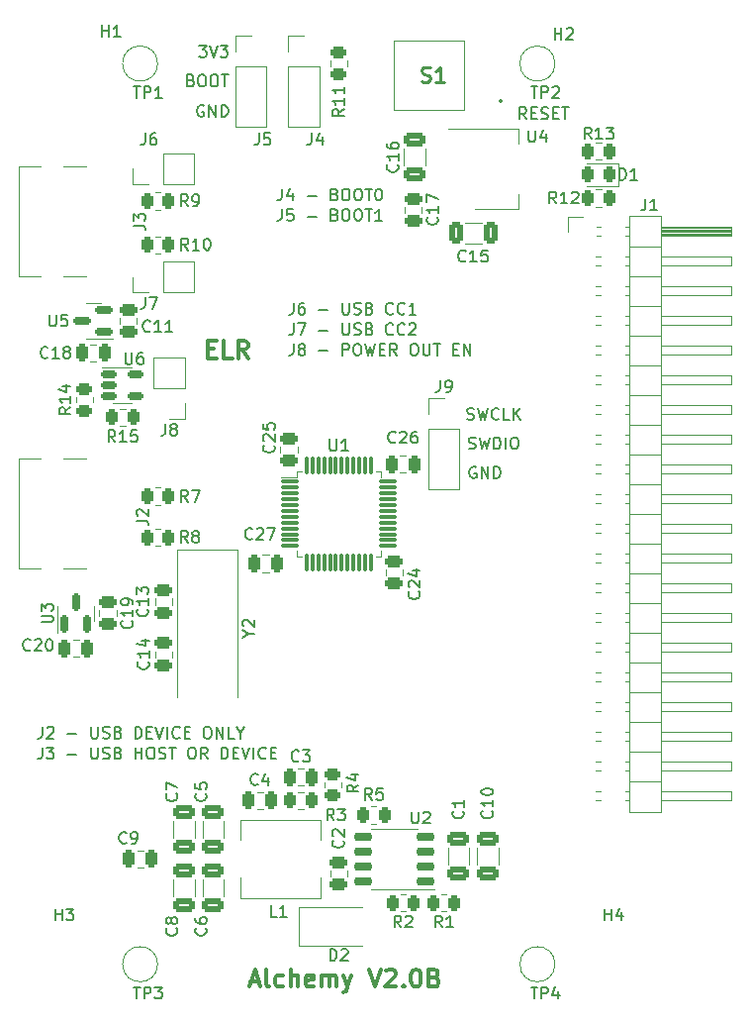
<source format=gto>
%TF.GenerationSoftware,KiCad,Pcbnew,6.0.2+dfsg-1*%
%TF.CreationDate,2025-09-20T13:55:39+02:00*%
%TF.ProjectId,Alchemy,416c6368-656d-4792-9e6b-696361645f70,rev?*%
%TF.SameCoordinates,Original*%
%TF.FileFunction,Legend,Top*%
%TF.FilePolarity,Positive*%
%FSLAX46Y46*%
G04 Gerber Fmt 4.6, Leading zero omitted, Abs format (unit mm)*
G04 Created by KiCad (PCBNEW 6.0.2+dfsg-1) date 2025-09-20 13:55:39*
%MOMM*%
%LPD*%
G01*
G04 APERTURE LIST*
G04 Aperture macros list*
%AMRoundRect*
0 Rectangle with rounded corners*
0 $1 Rounding radius*
0 $2 $3 $4 $5 $6 $7 $8 $9 X,Y pos of 4 corners*
0 Add a 4 corners polygon primitive as box body*
4,1,4,$2,$3,$4,$5,$6,$7,$8,$9,$2,$3,0*
0 Add four circle primitives for the rounded corners*
1,1,$1+$1,$2,$3*
1,1,$1+$1,$4,$5*
1,1,$1+$1,$6,$7*
1,1,$1+$1,$8,$9*
0 Add four rect primitives between the rounded corners*
20,1,$1+$1,$2,$3,$4,$5,0*
20,1,$1+$1,$4,$5,$6,$7,0*
20,1,$1+$1,$6,$7,$8,$9,0*
20,1,$1+$1,$8,$9,$2,$3,0*%
G04 Aperture macros list end*
%ADD10C,0.150000*%
%ADD11C,0.300000*%
%ADD12C,0.254000*%
%ADD13C,0.120000*%
%ADD14C,0.200000*%
%ADD15C,0.100000*%
%ADD16RoundRect,0.250000X-0.475000X0.250000X-0.475000X-0.250000X0.475000X-0.250000X0.475000X0.250000X0*%
%ADD17C,0.650000*%
%ADD18R,1.450000X0.600000*%
%ADD19R,1.450000X0.300000*%
%ADD20O,2.100000X1.000000*%
%ADD21O,1.600000X1.000000*%
%ADD22RoundRect,0.243750X0.243750X0.456250X-0.243750X0.456250X-0.243750X-0.456250X0.243750X-0.456250X0*%
%ADD23C,2.000000*%
%ADD24R,2.100000X1.400000*%
%ADD25RoundRect,0.250000X-0.262500X-0.450000X0.262500X-0.450000X0.262500X0.450000X-0.262500X0.450000X0*%
%ADD26R,1.700000X1.700000*%
%ADD27O,1.700000X1.700000*%
%ADD28C,6.400000*%
%ADD29RoundRect,0.250000X0.450000X-0.262500X0.450000X0.262500X-0.450000X0.262500X-0.450000X-0.262500X0*%
%ADD30RoundRect,0.150000X0.650000X0.150000X-0.650000X0.150000X-0.650000X-0.150000X0.650000X-0.150000X0*%
%ADD31R,2.410000X3.100000*%
%ADD32RoundRect,0.250000X-0.650000X0.325000X-0.650000X-0.325000X0.650000X-0.325000X0.650000X0.325000X0*%
%ADD33RoundRect,0.250000X0.262500X0.450000X-0.262500X0.450000X-0.262500X-0.450000X0.262500X-0.450000X0*%
%ADD34RoundRect,0.250000X0.250000X0.475000X-0.250000X0.475000X-0.250000X-0.475000X0.250000X-0.475000X0*%
%ADD35RoundRect,0.250000X0.650000X-0.325000X0.650000X0.325000X-0.650000X0.325000X-0.650000X-0.325000X0*%
%ADD36RoundRect,0.250000X-0.250000X-0.475000X0.250000X-0.475000X0.250000X0.475000X-0.250000X0.475000X0*%
%ADD37RoundRect,0.150000X0.587500X0.150000X-0.587500X0.150000X-0.587500X-0.150000X0.587500X-0.150000X0*%
%ADD38RoundRect,0.250000X0.475000X-0.250000X0.475000X0.250000X-0.475000X0.250000X-0.475000X-0.250000X0*%
%ADD39RoundRect,0.250000X-0.450000X0.262500X-0.450000X-0.262500X0.450000X-0.262500X0.450000X0.262500X0*%
%ADD40RoundRect,0.075000X-0.662500X-0.075000X0.662500X-0.075000X0.662500X0.075000X-0.662500X0.075000X0*%
%ADD41RoundRect,0.075000X-0.075000X-0.662500X0.075000X-0.662500X0.075000X0.662500X-0.075000X0.662500X0*%
%ADD42R,2.000000X1.500000*%
%ADD43R,2.000000X3.800000*%
%ADD44RoundRect,0.150000X-0.512500X-0.150000X0.512500X-0.150000X0.512500X0.150000X-0.512500X0.150000X0*%
%ADD45R,2.000000X4.500000*%
%ADD46R,1.500000X3.000000*%
%ADD47RoundRect,0.150000X0.150000X-0.587500X0.150000X0.587500X-0.150000X0.587500X-0.150000X-0.587500X0*%
%ADD48R,2.500000X1.800000*%
%ADD49RoundRect,0.250000X-0.325000X-0.650000X0.325000X-0.650000X0.325000X0.650000X-0.325000X0.650000X0*%
G04 APERTURE END LIST*
D10*
X160630952Y-91904761D02*
X160773809Y-91952380D01*
X161011904Y-91952380D01*
X161107142Y-91904761D01*
X161154761Y-91857142D01*
X161202380Y-91761904D01*
X161202380Y-91666666D01*
X161154761Y-91571428D01*
X161107142Y-91523809D01*
X161011904Y-91476190D01*
X160821428Y-91428571D01*
X160726190Y-91380952D01*
X160678571Y-91333333D01*
X160630952Y-91238095D01*
X160630952Y-91142857D01*
X160678571Y-91047619D01*
X160726190Y-91000000D01*
X160821428Y-90952380D01*
X161059523Y-90952380D01*
X161202380Y-91000000D01*
X161535714Y-90952380D02*
X161773809Y-91952380D01*
X161964285Y-91238095D01*
X162154761Y-91952380D01*
X162392857Y-90952380D01*
X162773809Y-91952380D02*
X162773809Y-90952380D01*
X163011904Y-90952380D01*
X163154761Y-91000000D01*
X163250000Y-91095238D01*
X163297619Y-91190476D01*
X163345238Y-91380952D01*
X163345238Y-91523809D01*
X163297619Y-91714285D01*
X163250000Y-91809523D01*
X163154761Y-91904761D01*
X163011904Y-91952380D01*
X162773809Y-91952380D01*
X163773809Y-91952380D02*
X163773809Y-90952380D01*
X164440476Y-90952380D02*
X164630952Y-90952380D01*
X164726190Y-91000000D01*
X164821428Y-91095238D01*
X164869047Y-91285714D01*
X164869047Y-91619047D01*
X164821428Y-91809523D01*
X164726190Y-91904761D01*
X164630952Y-91952380D01*
X164440476Y-91952380D01*
X164345238Y-91904761D01*
X164250000Y-91809523D01*
X164202380Y-91619047D01*
X164202380Y-91285714D01*
X164250000Y-91095238D01*
X164345238Y-91000000D01*
X164440476Y-90952380D01*
X144630952Y-69702380D02*
X144630952Y-70416666D01*
X144583333Y-70559523D01*
X144488095Y-70654761D01*
X144345238Y-70702380D01*
X144250000Y-70702380D01*
X145535714Y-70035714D02*
X145535714Y-70702380D01*
X145297619Y-69654761D02*
X145059523Y-70369047D01*
X145678571Y-70369047D01*
X146821428Y-70321428D02*
X147583333Y-70321428D01*
X149154761Y-70178571D02*
X149297619Y-70226190D01*
X149345238Y-70273809D01*
X149392857Y-70369047D01*
X149392857Y-70511904D01*
X149345238Y-70607142D01*
X149297619Y-70654761D01*
X149202380Y-70702380D01*
X148821428Y-70702380D01*
X148821428Y-69702380D01*
X149154761Y-69702380D01*
X149250000Y-69750000D01*
X149297619Y-69797619D01*
X149345238Y-69892857D01*
X149345238Y-69988095D01*
X149297619Y-70083333D01*
X149250000Y-70130952D01*
X149154761Y-70178571D01*
X148821428Y-70178571D01*
X150011904Y-69702380D02*
X150202380Y-69702380D01*
X150297619Y-69750000D01*
X150392857Y-69845238D01*
X150440476Y-70035714D01*
X150440476Y-70369047D01*
X150392857Y-70559523D01*
X150297619Y-70654761D01*
X150202380Y-70702380D01*
X150011904Y-70702380D01*
X149916666Y-70654761D01*
X149821428Y-70559523D01*
X149773809Y-70369047D01*
X149773809Y-70035714D01*
X149821428Y-69845238D01*
X149916666Y-69750000D01*
X150011904Y-69702380D01*
X151059523Y-69702380D02*
X151250000Y-69702380D01*
X151345238Y-69750000D01*
X151440476Y-69845238D01*
X151488095Y-70035714D01*
X151488095Y-70369047D01*
X151440476Y-70559523D01*
X151345238Y-70654761D01*
X151250000Y-70702380D01*
X151059523Y-70702380D01*
X150964285Y-70654761D01*
X150869047Y-70559523D01*
X150821428Y-70369047D01*
X150821428Y-70035714D01*
X150869047Y-69845238D01*
X150964285Y-69750000D01*
X151059523Y-69702380D01*
X151773809Y-69702380D02*
X152345238Y-69702380D01*
X152059523Y-70702380D02*
X152059523Y-69702380D01*
X152869047Y-69702380D02*
X152964285Y-69702380D01*
X153059523Y-69750000D01*
X153107142Y-69797619D01*
X153154761Y-69892857D01*
X153202380Y-70083333D01*
X153202380Y-70321428D01*
X153154761Y-70511904D01*
X153107142Y-70607142D01*
X153059523Y-70654761D01*
X152964285Y-70702380D01*
X152869047Y-70702380D01*
X152773809Y-70654761D01*
X152726190Y-70607142D01*
X152678571Y-70511904D01*
X152630952Y-70321428D01*
X152630952Y-70083333D01*
X152678571Y-69892857D01*
X152726190Y-69797619D01*
X152773809Y-69750000D01*
X152869047Y-69702380D01*
X124121309Y-117452380D02*
X124121309Y-118166666D01*
X124073690Y-118309523D01*
X123978452Y-118404761D01*
X123835595Y-118452380D01*
X123740357Y-118452380D01*
X124502261Y-117452380D02*
X125121309Y-117452380D01*
X124787976Y-117833333D01*
X124930833Y-117833333D01*
X125026071Y-117880952D01*
X125073690Y-117928571D01*
X125121309Y-118023809D01*
X125121309Y-118261904D01*
X125073690Y-118357142D01*
X125026071Y-118404761D01*
X124930833Y-118452380D01*
X124645119Y-118452380D01*
X124549880Y-118404761D01*
X124502261Y-118357142D01*
X126311785Y-118071428D02*
X127073690Y-118071428D01*
X128311785Y-117452380D02*
X128311785Y-118261904D01*
X128359404Y-118357142D01*
X128407023Y-118404761D01*
X128502261Y-118452380D01*
X128692738Y-118452380D01*
X128787976Y-118404761D01*
X128835595Y-118357142D01*
X128883214Y-118261904D01*
X128883214Y-117452380D01*
X129311785Y-118404761D02*
X129454642Y-118452380D01*
X129692738Y-118452380D01*
X129787976Y-118404761D01*
X129835595Y-118357142D01*
X129883214Y-118261904D01*
X129883214Y-118166666D01*
X129835595Y-118071428D01*
X129787976Y-118023809D01*
X129692738Y-117976190D01*
X129502261Y-117928571D01*
X129407023Y-117880952D01*
X129359404Y-117833333D01*
X129311785Y-117738095D01*
X129311785Y-117642857D01*
X129359404Y-117547619D01*
X129407023Y-117500000D01*
X129502261Y-117452380D01*
X129740357Y-117452380D01*
X129883214Y-117500000D01*
X130645119Y-117928571D02*
X130787976Y-117976190D01*
X130835595Y-118023809D01*
X130883214Y-118119047D01*
X130883214Y-118261904D01*
X130835595Y-118357142D01*
X130787976Y-118404761D01*
X130692738Y-118452380D01*
X130311785Y-118452380D01*
X130311785Y-117452380D01*
X130645119Y-117452380D01*
X130740357Y-117500000D01*
X130787976Y-117547619D01*
X130835595Y-117642857D01*
X130835595Y-117738095D01*
X130787976Y-117833333D01*
X130740357Y-117880952D01*
X130645119Y-117928571D01*
X130311785Y-117928571D01*
X132073690Y-118452380D02*
X132073690Y-117452380D01*
X132073690Y-117928571D02*
X132645119Y-117928571D01*
X132645119Y-118452380D02*
X132645119Y-117452380D01*
X133311785Y-117452380D02*
X133502261Y-117452380D01*
X133597500Y-117500000D01*
X133692738Y-117595238D01*
X133740357Y-117785714D01*
X133740357Y-118119047D01*
X133692738Y-118309523D01*
X133597500Y-118404761D01*
X133502261Y-118452380D01*
X133311785Y-118452380D01*
X133216547Y-118404761D01*
X133121309Y-118309523D01*
X133073690Y-118119047D01*
X133073690Y-117785714D01*
X133121309Y-117595238D01*
X133216547Y-117500000D01*
X133311785Y-117452380D01*
X134121309Y-118404761D02*
X134264166Y-118452380D01*
X134502261Y-118452380D01*
X134597500Y-118404761D01*
X134645119Y-118357142D01*
X134692738Y-118261904D01*
X134692738Y-118166666D01*
X134645119Y-118071428D01*
X134597500Y-118023809D01*
X134502261Y-117976190D01*
X134311785Y-117928571D01*
X134216547Y-117880952D01*
X134168928Y-117833333D01*
X134121309Y-117738095D01*
X134121309Y-117642857D01*
X134168928Y-117547619D01*
X134216547Y-117500000D01*
X134311785Y-117452380D01*
X134549880Y-117452380D01*
X134692738Y-117500000D01*
X134978452Y-117452380D02*
X135549880Y-117452380D01*
X135264166Y-118452380D02*
X135264166Y-117452380D01*
X136835595Y-117452380D02*
X137026071Y-117452380D01*
X137121309Y-117500000D01*
X137216547Y-117595238D01*
X137264166Y-117785714D01*
X137264166Y-118119047D01*
X137216547Y-118309523D01*
X137121309Y-118404761D01*
X137026071Y-118452380D01*
X136835595Y-118452380D01*
X136740357Y-118404761D01*
X136645119Y-118309523D01*
X136597500Y-118119047D01*
X136597500Y-117785714D01*
X136645119Y-117595238D01*
X136740357Y-117500000D01*
X136835595Y-117452380D01*
X138264166Y-118452380D02*
X137930833Y-117976190D01*
X137692738Y-118452380D02*
X137692738Y-117452380D01*
X138073690Y-117452380D01*
X138168928Y-117500000D01*
X138216547Y-117547619D01*
X138264166Y-117642857D01*
X138264166Y-117785714D01*
X138216547Y-117880952D01*
X138168928Y-117928571D01*
X138073690Y-117976190D01*
X137692738Y-117976190D01*
X139454642Y-118452380D02*
X139454642Y-117452380D01*
X139692738Y-117452380D01*
X139835595Y-117500000D01*
X139930833Y-117595238D01*
X139978452Y-117690476D01*
X140026071Y-117880952D01*
X140026071Y-118023809D01*
X139978452Y-118214285D01*
X139930833Y-118309523D01*
X139835595Y-118404761D01*
X139692738Y-118452380D01*
X139454642Y-118452380D01*
X140454642Y-117928571D02*
X140787976Y-117928571D01*
X140930833Y-118452380D02*
X140454642Y-118452380D01*
X140454642Y-117452380D01*
X140930833Y-117452380D01*
X141216547Y-117452380D02*
X141549880Y-118452380D01*
X141883214Y-117452380D01*
X142216547Y-118452380D02*
X142216547Y-117452380D01*
X143264166Y-118357142D02*
X143216547Y-118404761D01*
X143073690Y-118452380D01*
X142978452Y-118452380D01*
X142835595Y-118404761D01*
X142740357Y-118309523D01*
X142692738Y-118214285D01*
X142645119Y-118023809D01*
X142645119Y-117880952D01*
X142692738Y-117690476D01*
X142740357Y-117595238D01*
X142835595Y-117500000D01*
X142978452Y-117452380D01*
X143073690Y-117452380D01*
X143216547Y-117500000D01*
X143264166Y-117547619D01*
X143692738Y-117928571D02*
X144026071Y-117928571D01*
X144168928Y-118452380D02*
X143692738Y-118452380D01*
X143692738Y-117452380D01*
X144168928Y-117452380D01*
X145621309Y-82952380D02*
X145621309Y-83666666D01*
X145573690Y-83809523D01*
X145478452Y-83904761D01*
X145335595Y-83952380D01*
X145240357Y-83952380D01*
X146240357Y-83380952D02*
X146145119Y-83333333D01*
X146097500Y-83285714D01*
X146049880Y-83190476D01*
X146049880Y-83142857D01*
X146097500Y-83047619D01*
X146145119Y-83000000D01*
X146240357Y-82952380D01*
X146430833Y-82952380D01*
X146526071Y-83000000D01*
X146573690Y-83047619D01*
X146621309Y-83142857D01*
X146621309Y-83190476D01*
X146573690Y-83285714D01*
X146526071Y-83333333D01*
X146430833Y-83380952D01*
X146240357Y-83380952D01*
X146145119Y-83428571D01*
X146097500Y-83476190D01*
X146049880Y-83571428D01*
X146049880Y-83761904D01*
X146097500Y-83857142D01*
X146145119Y-83904761D01*
X146240357Y-83952380D01*
X146430833Y-83952380D01*
X146526071Y-83904761D01*
X146573690Y-83857142D01*
X146621309Y-83761904D01*
X146621309Y-83571428D01*
X146573690Y-83476190D01*
X146526071Y-83428571D01*
X146430833Y-83380952D01*
X147811785Y-83571428D02*
X148573690Y-83571428D01*
X149811785Y-83952380D02*
X149811785Y-82952380D01*
X150192738Y-82952380D01*
X150287976Y-83000000D01*
X150335595Y-83047619D01*
X150383214Y-83142857D01*
X150383214Y-83285714D01*
X150335595Y-83380952D01*
X150287976Y-83428571D01*
X150192738Y-83476190D01*
X149811785Y-83476190D01*
X151002261Y-82952380D02*
X151192738Y-82952380D01*
X151287976Y-83000000D01*
X151383214Y-83095238D01*
X151430833Y-83285714D01*
X151430833Y-83619047D01*
X151383214Y-83809523D01*
X151287976Y-83904761D01*
X151192738Y-83952380D01*
X151002261Y-83952380D01*
X150907023Y-83904761D01*
X150811785Y-83809523D01*
X150764166Y-83619047D01*
X150764166Y-83285714D01*
X150811785Y-83095238D01*
X150907023Y-83000000D01*
X151002261Y-82952380D01*
X151764166Y-82952380D02*
X152002261Y-83952380D01*
X152192738Y-83238095D01*
X152383214Y-83952380D01*
X152621309Y-82952380D01*
X153002261Y-83428571D02*
X153335595Y-83428571D01*
X153478452Y-83952380D02*
X153002261Y-83952380D01*
X153002261Y-82952380D01*
X153478452Y-82952380D01*
X154478452Y-83952380D02*
X154145119Y-83476190D01*
X153907023Y-83952380D02*
X153907023Y-82952380D01*
X154287976Y-82952380D01*
X154383214Y-83000000D01*
X154430833Y-83047619D01*
X154478452Y-83142857D01*
X154478452Y-83285714D01*
X154430833Y-83380952D01*
X154383214Y-83428571D01*
X154287976Y-83476190D01*
X153907023Y-83476190D01*
X155859404Y-82952380D02*
X156049880Y-82952380D01*
X156145119Y-83000000D01*
X156240357Y-83095238D01*
X156287976Y-83285714D01*
X156287976Y-83619047D01*
X156240357Y-83809523D01*
X156145119Y-83904761D01*
X156049880Y-83952380D01*
X155859404Y-83952380D01*
X155764166Y-83904761D01*
X155668928Y-83809523D01*
X155621309Y-83619047D01*
X155621309Y-83285714D01*
X155668928Y-83095238D01*
X155764166Y-83000000D01*
X155859404Y-82952380D01*
X156716547Y-82952380D02*
X156716547Y-83761904D01*
X156764166Y-83857142D01*
X156811785Y-83904761D01*
X156907023Y-83952380D01*
X157097500Y-83952380D01*
X157192738Y-83904761D01*
X157240357Y-83857142D01*
X157287976Y-83761904D01*
X157287976Y-82952380D01*
X157621309Y-82952380D02*
X158192738Y-82952380D01*
X157907023Y-83952380D02*
X157907023Y-82952380D01*
X159287976Y-83428571D02*
X159621309Y-83428571D01*
X159764166Y-83952380D02*
X159287976Y-83952380D01*
X159287976Y-82952380D01*
X159764166Y-82952380D01*
X160192738Y-83952380D02*
X160192738Y-82952380D01*
X160764166Y-83952380D01*
X160764166Y-82952380D01*
X137938095Y-62600000D02*
X137842857Y-62552380D01*
X137700000Y-62552380D01*
X137557142Y-62600000D01*
X137461904Y-62695238D01*
X137414285Y-62790476D01*
X137366666Y-62980952D01*
X137366666Y-63123809D01*
X137414285Y-63314285D01*
X137461904Y-63409523D01*
X137557142Y-63504761D01*
X137700000Y-63552380D01*
X137795238Y-63552380D01*
X137938095Y-63504761D01*
X137985714Y-63457142D01*
X137985714Y-63123809D01*
X137795238Y-63123809D01*
X138414285Y-63552380D02*
X138414285Y-62552380D01*
X138985714Y-63552380D01*
X138985714Y-62552380D01*
X139461904Y-63552380D02*
X139461904Y-62552380D01*
X139700000Y-62552380D01*
X139842857Y-62600000D01*
X139938095Y-62695238D01*
X139985714Y-62790476D01*
X140033333Y-62980952D01*
X140033333Y-63123809D01*
X139985714Y-63314285D01*
X139938095Y-63409523D01*
X139842857Y-63504761D01*
X139700000Y-63552380D01*
X139461904Y-63552380D01*
X124121309Y-115702380D02*
X124121309Y-116416666D01*
X124073690Y-116559523D01*
X123978452Y-116654761D01*
X123835595Y-116702380D01*
X123740357Y-116702380D01*
X124549880Y-115797619D02*
X124597500Y-115750000D01*
X124692738Y-115702380D01*
X124930833Y-115702380D01*
X125026071Y-115750000D01*
X125073690Y-115797619D01*
X125121309Y-115892857D01*
X125121309Y-115988095D01*
X125073690Y-116130952D01*
X124502261Y-116702380D01*
X125121309Y-116702380D01*
X126311785Y-116321428D02*
X127073690Y-116321428D01*
X128311785Y-115702380D02*
X128311785Y-116511904D01*
X128359404Y-116607142D01*
X128407023Y-116654761D01*
X128502261Y-116702380D01*
X128692738Y-116702380D01*
X128787976Y-116654761D01*
X128835595Y-116607142D01*
X128883214Y-116511904D01*
X128883214Y-115702380D01*
X129311785Y-116654761D02*
X129454642Y-116702380D01*
X129692738Y-116702380D01*
X129787976Y-116654761D01*
X129835595Y-116607142D01*
X129883214Y-116511904D01*
X129883214Y-116416666D01*
X129835595Y-116321428D01*
X129787976Y-116273809D01*
X129692738Y-116226190D01*
X129502261Y-116178571D01*
X129407023Y-116130952D01*
X129359404Y-116083333D01*
X129311785Y-115988095D01*
X129311785Y-115892857D01*
X129359404Y-115797619D01*
X129407023Y-115750000D01*
X129502261Y-115702380D01*
X129740357Y-115702380D01*
X129883214Y-115750000D01*
X130645119Y-116178571D02*
X130787976Y-116226190D01*
X130835595Y-116273809D01*
X130883214Y-116369047D01*
X130883214Y-116511904D01*
X130835595Y-116607142D01*
X130787976Y-116654761D01*
X130692738Y-116702380D01*
X130311785Y-116702380D01*
X130311785Y-115702380D01*
X130645119Y-115702380D01*
X130740357Y-115750000D01*
X130787976Y-115797619D01*
X130835595Y-115892857D01*
X130835595Y-115988095D01*
X130787976Y-116083333D01*
X130740357Y-116130952D01*
X130645119Y-116178571D01*
X130311785Y-116178571D01*
X132073690Y-116702380D02*
X132073690Y-115702380D01*
X132311785Y-115702380D01*
X132454642Y-115750000D01*
X132549880Y-115845238D01*
X132597500Y-115940476D01*
X132645119Y-116130952D01*
X132645119Y-116273809D01*
X132597500Y-116464285D01*
X132549880Y-116559523D01*
X132454642Y-116654761D01*
X132311785Y-116702380D01*
X132073690Y-116702380D01*
X133073690Y-116178571D02*
X133407023Y-116178571D01*
X133549880Y-116702380D02*
X133073690Y-116702380D01*
X133073690Y-115702380D01*
X133549880Y-115702380D01*
X133835595Y-115702380D02*
X134168928Y-116702380D01*
X134502261Y-115702380D01*
X134835595Y-116702380D02*
X134835595Y-115702380D01*
X135883214Y-116607142D02*
X135835595Y-116654761D01*
X135692738Y-116702380D01*
X135597500Y-116702380D01*
X135454642Y-116654761D01*
X135359404Y-116559523D01*
X135311785Y-116464285D01*
X135264166Y-116273809D01*
X135264166Y-116130952D01*
X135311785Y-115940476D01*
X135359404Y-115845238D01*
X135454642Y-115750000D01*
X135597500Y-115702380D01*
X135692738Y-115702380D01*
X135835595Y-115750000D01*
X135883214Y-115797619D01*
X136311785Y-116178571D02*
X136645119Y-116178571D01*
X136787976Y-116702380D02*
X136311785Y-116702380D01*
X136311785Y-115702380D01*
X136787976Y-115702380D01*
X138168928Y-115702380D02*
X138359404Y-115702380D01*
X138454642Y-115750000D01*
X138549880Y-115845238D01*
X138597500Y-116035714D01*
X138597500Y-116369047D01*
X138549880Y-116559523D01*
X138454642Y-116654761D01*
X138359404Y-116702380D01*
X138168928Y-116702380D01*
X138073690Y-116654761D01*
X137978452Y-116559523D01*
X137930833Y-116369047D01*
X137930833Y-116035714D01*
X137978452Y-115845238D01*
X138073690Y-115750000D01*
X138168928Y-115702380D01*
X139026071Y-116702380D02*
X139026071Y-115702380D01*
X139597500Y-116702380D01*
X139597500Y-115702380D01*
X140549880Y-116702380D02*
X140073690Y-116702380D01*
X140073690Y-115702380D01*
X141073690Y-116226190D02*
X141073690Y-116702380D01*
X140740357Y-115702380D02*
X141073690Y-116226190D01*
X141407023Y-115702380D01*
X145621309Y-81202380D02*
X145621309Y-81916666D01*
X145573690Y-82059523D01*
X145478452Y-82154761D01*
X145335595Y-82202380D01*
X145240357Y-82202380D01*
X146002261Y-81202380D02*
X146668928Y-81202380D01*
X146240357Y-82202380D01*
X147811785Y-81821428D02*
X148573690Y-81821428D01*
X149811785Y-81202380D02*
X149811785Y-82011904D01*
X149859404Y-82107142D01*
X149907023Y-82154761D01*
X150002261Y-82202380D01*
X150192738Y-82202380D01*
X150287976Y-82154761D01*
X150335595Y-82107142D01*
X150383214Y-82011904D01*
X150383214Y-81202380D01*
X150811785Y-82154761D02*
X150954642Y-82202380D01*
X151192738Y-82202380D01*
X151287976Y-82154761D01*
X151335595Y-82107142D01*
X151383214Y-82011904D01*
X151383214Y-81916666D01*
X151335595Y-81821428D01*
X151287976Y-81773809D01*
X151192738Y-81726190D01*
X151002261Y-81678571D01*
X150907023Y-81630952D01*
X150859404Y-81583333D01*
X150811785Y-81488095D01*
X150811785Y-81392857D01*
X150859404Y-81297619D01*
X150907023Y-81250000D01*
X151002261Y-81202380D01*
X151240357Y-81202380D01*
X151383214Y-81250000D01*
X152145119Y-81678571D02*
X152287976Y-81726190D01*
X152335595Y-81773809D01*
X152383214Y-81869047D01*
X152383214Y-82011904D01*
X152335595Y-82107142D01*
X152287976Y-82154761D01*
X152192738Y-82202380D01*
X151811785Y-82202380D01*
X151811785Y-81202380D01*
X152145119Y-81202380D01*
X152240357Y-81250000D01*
X152287976Y-81297619D01*
X152335595Y-81392857D01*
X152335595Y-81488095D01*
X152287976Y-81583333D01*
X152240357Y-81630952D01*
X152145119Y-81678571D01*
X151811785Y-81678571D01*
X154145119Y-82107142D02*
X154097500Y-82154761D01*
X153954642Y-82202380D01*
X153859404Y-82202380D01*
X153716547Y-82154761D01*
X153621309Y-82059523D01*
X153573690Y-81964285D01*
X153526071Y-81773809D01*
X153526071Y-81630952D01*
X153573690Y-81440476D01*
X153621309Y-81345238D01*
X153716547Y-81250000D01*
X153859404Y-81202380D01*
X153954642Y-81202380D01*
X154097500Y-81250000D01*
X154145119Y-81297619D01*
X155145119Y-82107142D02*
X155097500Y-82154761D01*
X154954642Y-82202380D01*
X154859404Y-82202380D01*
X154716547Y-82154761D01*
X154621309Y-82059523D01*
X154573690Y-81964285D01*
X154526071Y-81773809D01*
X154526071Y-81630952D01*
X154573690Y-81440476D01*
X154621309Y-81345238D01*
X154716547Y-81250000D01*
X154859404Y-81202380D01*
X154954642Y-81202380D01*
X155097500Y-81250000D01*
X155145119Y-81297619D01*
X155526071Y-81297619D02*
X155573690Y-81250000D01*
X155668928Y-81202380D01*
X155907023Y-81202380D01*
X156002261Y-81250000D01*
X156049880Y-81297619D01*
X156097500Y-81392857D01*
X156097500Y-81488095D01*
X156049880Y-81630952D01*
X155478452Y-82202380D01*
X156097500Y-82202380D01*
X136842857Y-60428571D02*
X136985714Y-60476190D01*
X137033333Y-60523809D01*
X137080952Y-60619047D01*
X137080952Y-60761904D01*
X137033333Y-60857142D01*
X136985714Y-60904761D01*
X136890476Y-60952380D01*
X136509523Y-60952380D01*
X136509523Y-59952380D01*
X136842857Y-59952380D01*
X136938095Y-60000000D01*
X136985714Y-60047619D01*
X137033333Y-60142857D01*
X137033333Y-60238095D01*
X136985714Y-60333333D01*
X136938095Y-60380952D01*
X136842857Y-60428571D01*
X136509523Y-60428571D01*
X137700000Y-59952380D02*
X137890476Y-59952380D01*
X137985714Y-60000000D01*
X138080952Y-60095238D01*
X138128571Y-60285714D01*
X138128571Y-60619047D01*
X138080952Y-60809523D01*
X137985714Y-60904761D01*
X137890476Y-60952380D01*
X137700000Y-60952380D01*
X137604761Y-60904761D01*
X137509523Y-60809523D01*
X137461904Y-60619047D01*
X137461904Y-60285714D01*
X137509523Y-60095238D01*
X137604761Y-60000000D01*
X137700000Y-59952380D01*
X138747619Y-59952380D02*
X138938095Y-59952380D01*
X139033333Y-60000000D01*
X139128571Y-60095238D01*
X139176190Y-60285714D01*
X139176190Y-60619047D01*
X139128571Y-60809523D01*
X139033333Y-60904761D01*
X138938095Y-60952380D01*
X138747619Y-60952380D01*
X138652380Y-60904761D01*
X138557142Y-60809523D01*
X138509523Y-60619047D01*
X138509523Y-60285714D01*
X138557142Y-60095238D01*
X138652380Y-60000000D01*
X138747619Y-59952380D01*
X139461904Y-59952380D02*
X140033333Y-59952380D01*
X139747619Y-60952380D02*
X139747619Y-59952380D01*
X144630952Y-71452380D02*
X144630952Y-72166666D01*
X144583333Y-72309523D01*
X144488095Y-72404761D01*
X144345238Y-72452380D01*
X144250000Y-72452380D01*
X145583333Y-71452380D02*
X145107142Y-71452380D01*
X145059523Y-71928571D01*
X145107142Y-71880952D01*
X145202380Y-71833333D01*
X145440476Y-71833333D01*
X145535714Y-71880952D01*
X145583333Y-71928571D01*
X145630952Y-72023809D01*
X145630952Y-72261904D01*
X145583333Y-72357142D01*
X145535714Y-72404761D01*
X145440476Y-72452380D01*
X145202380Y-72452380D01*
X145107142Y-72404761D01*
X145059523Y-72357142D01*
X146821428Y-72071428D02*
X147583333Y-72071428D01*
X149154761Y-71928571D02*
X149297619Y-71976190D01*
X149345238Y-72023809D01*
X149392857Y-72119047D01*
X149392857Y-72261904D01*
X149345238Y-72357142D01*
X149297619Y-72404761D01*
X149202380Y-72452380D01*
X148821428Y-72452380D01*
X148821428Y-71452380D01*
X149154761Y-71452380D01*
X149250000Y-71500000D01*
X149297619Y-71547619D01*
X149345238Y-71642857D01*
X149345238Y-71738095D01*
X149297619Y-71833333D01*
X149250000Y-71880952D01*
X149154761Y-71928571D01*
X148821428Y-71928571D01*
X150011904Y-71452380D02*
X150202380Y-71452380D01*
X150297619Y-71500000D01*
X150392857Y-71595238D01*
X150440476Y-71785714D01*
X150440476Y-72119047D01*
X150392857Y-72309523D01*
X150297619Y-72404761D01*
X150202380Y-72452380D01*
X150011904Y-72452380D01*
X149916666Y-72404761D01*
X149821428Y-72309523D01*
X149773809Y-72119047D01*
X149773809Y-71785714D01*
X149821428Y-71595238D01*
X149916666Y-71500000D01*
X150011904Y-71452380D01*
X151059523Y-71452380D02*
X151250000Y-71452380D01*
X151345238Y-71500000D01*
X151440476Y-71595238D01*
X151488095Y-71785714D01*
X151488095Y-72119047D01*
X151440476Y-72309523D01*
X151345238Y-72404761D01*
X151250000Y-72452380D01*
X151059523Y-72452380D01*
X150964285Y-72404761D01*
X150869047Y-72309523D01*
X150821428Y-72119047D01*
X150821428Y-71785714D01*
X150869047Y-71595238D01*
X150964285Y-71500000D01*
X151059523Y-71452380D01*
X151773809Y-71452380D02*
X152345238Y-71452380D01*
X152059523Y-72452380D02*
X152059523Y-71452380D01*
X153202380Y-72452380D02*
X152630952Y-72452380D01*
X152916666Y-72452380D02*
X152916666Y-71452380D01*
X152821428Y-71595238D01*
X152726190Y-71690476D01*
X152630952Y-71738095D01*
X145621309Y-79452380D02*
X145621309Y-80166666D01*
X145573690Y-80309523D01*
X145478452Y-80404761D01*
X145335595Y-80452380D01*
X145240357Y-80452380D01*
X146526071Y-79452380D02*
X146335595Y-79452380D01*
X146240357Y-79500000D01*
X146192738Y-79547619D01*
X146097500Y-79690476D01*
X146049880Y-79880952D01*
X146049880Y-80261904D01*
X146097500Y-80357142D01*
X146145119Y-80404761D01*
X146240357Y-80452380D01*
X146430833Y-80452380D01*
X146526071Y-80404761D01*
X146573690Y-80357142D01*
X146621309Y-80261904D01*
X146621309Y-80023809D01*
X146573690Y-79928571D01*
X146526071Y-79880952D01*
X146430833Y-79833333D01*
X146240357Y-79833333D01*
X146145119Y-79880952D01*
X146097500Y-79928571D01*
X146049880Y-80023809D01*
X147811785Y-80071428D02*
X148573690Y-80071428D01*
X149811785Y-79452380D02*
X149811785Y-80261904D01*
X149859404Y-80357142D01*
X149907023Y-80404761D01*
X150002261Y-80452380D01*
X150192738Y-80452380D01*
X150287976Y-80404761D01*
X150335595Y-80357142D01*
X150383214Y-80261904D01*
X150383214Y-79452380D01*
X150811785Y-80404761D02*
X150954642Y-80452380D01*
X151192738Y-80452380D01*
X151287976Y-80404761D01*
X151335595Y-80357142D01*
X151383214Y-80261904D01*
X151383214Y-80166666D01*
X151335595Y-80071428D01*
X151287976Y-80023809D01*
X151192738Y-79976190D01*
X151002261Y-79928571D01*
X150907023Y-79880952D01*
X150859404Y-79833333D01*
X150811785Y-79738095D01*
X150811785Y-79642857D01*
X150859404Y-79547619D01*
X150907023Y-79500000D01*
X151002261Y-79452380D01*
X151240357Y-79452380D01*
X151383214Y-79500000D01*
X152145119Y-79928571D02*
X152287976Y-79976190D01*
X152335595Y-80023809D01*
X152383214Y-80119047D01*
X152383214Y-80261904D01*
X152335595Y-80357142D01*
X152287976Y-80404761D01*
X152192738Y-80452380D01*
X151811785Y-80452380D01*
X151811785Y-79452380D01*
X152145119Y-79452380D01*
X152240357Y-79500000D01*
X152287976Y-79547619D01*
X152335595Y-79642857D01*
X152335595Y-79738095D01*
X152287976Y-79833333D01*
X152240357Y-79880952D01*
X152145119Y-79928571D01*
X151811785Y-79928571D01*
X154145119Y-80357142D02*
X154097500Y-80404761D01*
X153954642Y-80452380D01*
X153859404Y-80452380D01*
X153716547Y-80404761D01*
X153621309Y-80309523D01*
X153573690Y-80214285D01*
X153526071Y-80023809D01*
X153526071Y-79880952D01*
X153573690Y-79690476D01*
X153621309Y-79595238D01*
X153716547Y-79500000D01*
X153859404Y-79452380D01*
X153954642Y-79452380D01*
X154097500Y-79500000D01*
X154145119Y-79547619D01*
X155145119Y-80357142D02*
X155097500Y-80404761D01*
X154954642Y-80452380D01*
X154859404Y-80452380D01*
X154716547Y-80404761D01*
X154621309Y-80309523D01*
X154573690Y-80214285D01*
X154526071Y-80023809D01*
X154526071Y-79880952D01*
X154573690Y-79690476D01*
X154621309Y-79595238D01*
X154716547Y-79500000D01*
X154859404Y-79452380D01*
X154954642Y-79452380D01*
X155097500Y-79500000D01*
X155145119Y-79547619D01*
X156097500Y-80452380D02*
X155526071Y-80452380D01*
X155811785Y-80452380D02*
X155811785Y-79452380D01*
X155716547Y-79595238D01*
X155621309Y-79690476D01*
X155526071Y-79738095D01*
D11*
X138321428Y-83392857D02*
X138821428Y-83392857D01*
X139035714Y-84178571D02*
X138321428Y-84178571D01*
X138321428Y-82678571D01*
X139035714Y-82678571D01*
X140392857Y-84178571D02*
X139678571Y-84178571D01*
X139678571Y-82678571D01*
X141750000Y-84178571D02*
X141250000Y-83464285D01*
X140892857Y-84178571D02*
X140892857Y-82678571D01*
X141464285Y-82678571D01*
X141607142Y-82750000D01*
X141678571Y-82821428D01*
X141750000Y-82964285D01*
X141750000Y-83178571D01*
X141678571Y-83321428D01*
X141607142Y-83392857D01*
X141464285Y-83464285D01*
X140892857Y-83464285D01*
X141964285Y-137500000D02*
X142678571Y-137500000D01*
X141821428Y-137928571D02*
X142321428Y-136428571D01*
X142821428Y-137928571D01*
X143535714Y-137928571D02*
X143392857Y-137857142D01*
X143321428Y-137714285D01*
X143321428Y-136428571D01*
X144750000Y-137857142D02*
X144607142Y-137928571D01*
X144321428Y-137928571D01*
X144178571Y-137857142D01*
X144107142Y-137785714D01*
X144035714Y-137642857D01*
X144035714Y-137214285D01*
X144107142Y-137071428D01*
X144178571Y-137000000D01*
X144321428Y-136928571D01*
X144607142Y-136928571D01*
X144750000Y-137000000D01*
X145392857Y-137928571D02*
X145392857Y-136428571D01*
X146035714Y-137928571D02*
X146035714Y-137142857D01*
X145964285Y-137000000D01*
X145821428Y-136928571D01*
X145607142Y-136928571D01*
X145464285Y-137000000D01*
X145392857Y-137071428D01*
X147321428Y-137857142D02*
X147178571Y-137928571D01*
X146892857Y-137928571D01*
X146750000Y-137857142D01*
X146678571Y-137714285D01*
X146678571Y-137142857D01*
X146750000Y-137000000D01*
X146892857Y-136928571D01*
X147178571Y-136928571D01*
X147321428Y-137000000D01*
X147392857Y-137142857D01*
X147392857Y-137285714D01*
X146678571Y-137428571D01*
X148035714Y-137928571D02*
X148035714Y-136928571D01*
X148035714Y-137071428D02*
X148107142Y-137000000D01*
X148250000Y-136928571D01*
X148464285Y-136928571D01*
X148607142Y-137000000D01*
X148678571Y-137142857D01*
X148678571Y-137928571D01*
X148678571Y-137142857D02*
X148750000Y-137000000D01*
X148892857Y-136928571D01*
X149107142Y-136928571D01*
X149250000Y-137000000D01*
X149321428Y-137142857D01*
X149321428Y-137928571D01*
X149892857Y-136928571D02*
X150250000Y-137928571D01*
X150607142Y-136928571D02*
X150250000Y-137928571D01*
X150107142Y-138285714D01*
X150035714Y-138357142D01*
X149892857Y-138428571D01*
X152107142Y-136428571D02*
X152607142Y-137928571D01*
X153107142Y-136428571D01*
X153535714Y-136571428D02*
X153607142Y-136500000D01*
X153750000Y-136428571D01*
X154107142Y-136428571D01*
X154250000Y-136500000D01*
X154321428Y-136571428D01*
X154392857Y-136714285D01*
X154392857Y-136857142D01*
X154321428Y-137071428D01*
X153464285Y-137928571D01*
X154392857Y-137928571D01*
X155035714Y-137785714D02*
X155107142Y-137857142D01*
X155035714Y-137928571D01*
X154964285Y-137857142D01*
X155035714Y-137785714D01*
X155035714Y-137928571D01*
X156035714Y-136428571D02*
X156178571Y-136428571D01*
X156321428Y-136500000D01*
X156392857Y-136571428D01*
X156464285Y-136714285D01*
X156535714Y-137000000D01*
X156535714Y-137357142D01*
X156464285Y-137642857D01*
X156392857Y-137785714D01*
X156321428Y-137857142D01*
X156178571Y-137928571D01*
X156035714Y-137928571D01*
X155892857Y-137857142D01*
X155821428Y-137785714D01*
X155750000Y-137642857D01*
X155678571Y-137357142D01*
X155678571Y-137000000D01*
X155750000Y-136714285D01*
X155821428Y-136571428D01*
X155892857Y-136500000D01*
X156035714Y-136428571D01*
X157678571Y-137142857D02*
X157892857Y-137214285D01*
X157964285Y-137285714D01*
X158035714Y-137428571D01*
X158035714Y-137642857D01*
X157964285Y-137785714D01*
X157892857Y-137857142D01*
X157750000Y-137928571D01*
X157178571Y-137928571D01*
X157178571Y-136428571D01*
X157678571Y-136428571D01*
X157821428Y-136500000D01*
X157892857Y-136571428D01*
X157964285Y-136714285D01*
X157964285Y-136857142D01*
X157892857Y-137000000D01*
X157821428Y-137071428D01*
X157678571Y-137142857D01*
X157178571Y-137142857D01*
D10*
X161238095Y-93500000D02*
X161142857Y-93452380D01*
X161000000Y-93452380D01*
X160857142Y-93500000D01*
X160761904Y-93595238D01*
X160714285Y-93690476D01*
X160666666Y-93880952D01*
X160666666Y-94023809D01*
X160714285Y-94214285D01*
X160761904Y-94309523D01*
X160857142Y-94404761D01*
X161000000Y-94452380D01*
X161095238Y-94452380D01*
X161238095Y-94404761D01*
X161285714Y-94357142D01*
X161285714Y-94023809D01*
X161095238Y-94023809D01*
X161714285Y-94452380D02*
X161714285Y-93452380D01*
X162285714Y-94452380D01*
X162285714Y-93452380D01*
X162761904Y-94452380D02*
X162761904Y-93452380D01*
X163000000Y-93452380D01*
X163142857Y-93500000D01*
X163238095Y-93595238D01*
X163285714Y-93690476D01*
X163333333Y-93880952D01*
X163333333Y-94023809D01*
X163285714Y-94214285D01*
X163238095Y-94309523D01*
X163142857Y-94404761D01*
X163000000Y-94452380D01*
X162761904Y-94452380D01*
X165547619Y-63752380D02*
X165214285Y-63276190D01*
X164976190Y-63752380D02*
X164976190Y-62752380D01*
X165357142Y-62752380D01*
X165452380Y-62800000D01*
X165500000Y-62847619D01*
X165547619Y-62942857D01*
X165547619Y-63085714D01*
X165500000Y-63180952D01*
X165452380Y-63228571D01*
X165357142Y-63276190D01*
X164976190Y-63276190D01*
X165976190Y-63228571D02*
X166309523Y-63228571D01*
X166452380Y-63752380D02*
X165976190Y-63752380D01*
X165976190Y-62752380D01*
X166452380Y-62752380D01*
X166833333Y-63704761D02*
X166976190Y-63752380D01*
X167214285Y-63752380D01*
X167309523Y-63704761D01*
X167357142Y-63657142D01*
X167404761Y-63561904D01*
X167404761Y-63466666D01*
X167357142Y-63371428D01*
X167309523Y-63323809D01*
X167214285Y-63276190D01*
X167023809Y-63228571D01*
X166928571Y-63180952D01*
X166880952Y-63133333D01*
X166833333Y-63038095D01*
X166833333Y-62942857D01*
X166880952Y-62847619D01*
X166928571Y-62800000D01*
X167023809Y-62752380D01*
X167261904Y-62752380D01*
X167404761Y-62800000D01*
X167833333Y-63228571D02*
X168166666Y-63228571D01*
X168309523Y-63752380D02*
X167833333Y-63752380D01*
X167833333Y-62752380D01*
X168309523Y-62752380D01*
X168595238Y-62752380D02*
X169166666Y-62752380D01*
X168880952Y-63752380D02*
X168880952Y-62752380D01*
X137561904Y-57452380D02*
X138180952Y-57452380D01*
X137847619Y-57833333D01*
X137990476Y-57833333D01*
X138085714Y-57880952D01*
X138133333Y-57928571D01*
X138180952Y-58023809D01*
X138180952Y-58261904D01*
X138133333Y-58357142D01*
X138085714Y-58404761D01*
X137990476Y-58452380D01*
X137704761Y-58452380D01*
X137609523Y-58404761D01*
X137561904Y-58357142D01*
X138466666Y-57452380D02*
X138800000Y-58452380D01*
X139133333Y-57452380D01*
X139371428Y-57452380D02*
X139990476Y-57452380D01*
X139657142Y-57833333D01*
X139800000Y-57833333D01*
X139895238Y-57880952D01*
X139942857Y-57928571D01*
X139990476Y-58023809D01*
X139990476Y-58261904D01*
X139942857Y-58357142D01*
X139895238Y-58404761D01*
X139800000Y-58452380D01*
X139514285Y-58452380D01*
X139419047Y-58404761D01*
X139371428Y-58357142D01*
X160488095Y-89404761D02*
X160630952Y-89452380D01*
X160869047Y-89452380D01*
X160964285Y-89404761D01*
X161011904Y-89357142D01*
X161059523Y-89261904D01*
X161059523Y-89166666D01*
X161011904Y-89071428D01*
X160964285Y-89023809D01*
X160869047Y-88976190D01*
X160678571Y-88928571D01*
X160583333Y-88880952D01*
X160535714Y-88833333D01*
X160488095Y-88738095D01*
X160488095Y-88642857D01*
X160535714Y-88547619D01*
X160583333Y-88500000D01*
X160678571Y-88452380D01*
X160916666Y-88452380D01*
X161059523Y-88500000D01*
X161392857Y-88452380D02*
X161630952Y-89452380D01*
X161821428Y-88738095D01*
X162011904Y-89452380D01*
X162250000Y-88452380D01*
X163202380Y-89357142D02*
X163154761Y-89404761D01*
X163011904Y-89452380D01*
X162916666Y-89452380D01*
X162773809Y-89404761D01*
X162678571Y-89309523D01*
X162630952Y-89214285D01*
X162583333Y-89023809D01*
X162583333Y-88880952D01*
X162630952Y-88690476D01*
X162678571Y-88595238D01*
X162773809Y-88500000D01*
X162916666Y-88452380D01*
X163011904Y-88452380D01*
X163154761Y-88500000D01*
X163202380Y-88547619D01*
X164107142Y-89452380D02*
X163630952Y-89452380D01*
X163630952Y-88452380D01*
X164440476Y-89452380D02*
X164440476Y-88452380D01*
X165011904Y-89452380D02*
X164583333Y-88880952D01*
X165011904Y-88452380D02*
X164440476Y-89023809D01*
%TO.C,C24*%
X156357142Y-104142857D02*
X156404761Y-104190476D01*
X156452380Y-104333333D01*
X156452380Y-104428571D01*
X156404761Y-104571428D01*
X156309523Y-104666666D01*
X156214285Y-104714285D01*
X156023809Y-104761904D01*
X155880952Y-104761904D01*
X155690476Y-104714285D01*
X155595238Y-104666666D01*
X155500000Y-104571428D01*
X155452380Y-104428571D01*
X155452380Y-104333333D01*
X155500000Y-104190476D01*
X155547619Y-104142857D01*
X155547619Y-103761904D02*
X155500000Y-103714285D01*
X155452380Y-103619047D01*
X155452380Y-103380952D01*
X155500000Y-103285714D01*
X155547619Y-103238095D01*
X155642857Y-103190476D01*
X155738095Y-103190476D01*
X155880952Y-103238095D01*
X156452380Y-103809523D01*
X156452380Y-103190476D01*
X155785714Y-102333333D02*
X156452380Y-102333333D01*
X155404761Y-102571428D02*
X156119047Y-102809523D01*
X156119047Y-102190476D01*
%TO.C,C11*%
X133357142Y-81857142D02*
X133309523Y-81904761D01*
X133166666Y-81952380D01*
X133071428Y-81952380D01*
X132928571Y-81904761D01*
X132833333Y-81809523D01*
X132785714Y-81714285D01*
X132738095Y-81523809D01*
X132738095Y-81380952D01*
X132785714Y-81190476D01*
X132833333Y-81095238D01*
X132928571Y-81000000D01*
X133071428Y-80952380D01*
X133166666Y-80952380D01*
X133309523Y-81000000D01*
X133357142Y-81047619D01*
X134309523Y-81952380D02*
X133738095Y-81952380D01*
X134023809Y-81952380D02*
X134023809Y-80952380D01*
X133928571Y-81095238D01*
X133833333Y-81190476D01*
X133738095Y-81238095D01*
X135261904Y-81952380D02*
X134690476Y-81952380D01*
X134976190Y-81952380D02*
X134976190Y-80952380D01*
X134880952Y-81095238D01*
X134785714Y-81190476D01*
X134690476Y-81238095D01*
%TO.C,J3*%
X131952380Y-72833333D02*
X132666666Y-72833333D01*
X132809523Y-72880952D01*
X132904761Y-72976190D01*
X132952380Y-73119047D01*
X132952380Y-73214285D01*
X131952380Y-72452380D02*
X131952380Y-71833333D01*
X132333333Y-72166666D01*
X132333333Y-72023809D01*
X132380952Y-71928571D01*
X132428571Y-71880952D01*
X132523809Y-71833333D01*
X132761904Y-71833333D01*
X132857142Y-71880952D01*
X132904761Y-71928571D01*
X132952380Y-72023809D01*
X132952380Y-72309523D01*
X132904761Y-72404761D01*
X132857142Y-72452380D01*
%TO.C,D1*%
X173511904Y-68952380D02*
X173511904Y-67952380D01*
X173750000Y-67952380D01*
X173892857Y-68000000D01*
X173988095Y-68095238D01*
X174035714Y-68190476D01*
X174083333Y-68380952D01*
X174083333Y-68523809D01*
X174035714Y-68714285D01*
X173988095Y-68809523D01*
X173892857Y-68904761D01*
X173750000Y-68952380D01*
X173511904Y-68952380D01*
X175035714Y-68952380D02*
X174464285Y-68952380D01*
X174750000Y-68952380D02*
X174750000Y-67952380D01*
X174654761Y-68095238D01*
X174559523Y-68190476D01*
X174464285Y-68238095D01*
%TO.C,TP3*%
X131938095Y-137952380D02*
X132509523Y-137952380D01*
X132223809Y-138952380D02*
X132223809Y-137952380D01*
X132842857Y-138952380D02*
X132842857Y-137952380D01*
X133223809Y-137952380D01*
X133319047Y-138000000D01*
X133366666Y-138047619D01*
X133414285Y-138142857D01*
X133414285Y-138285714D01*
X133366666Y-138380952D01*
X133319047Y-138428571D01*
X133223809Y-138476190D01*
X132842857Y-138476190D01*
X133747619Y-137952380D02*
X134366666Y-137952380D01*
X134033333Y-138333333D01*
X134176190Y-138333333D01*
X134271428Y-138380952D01*
X134319047Y-138428571D01*
X134366666Y-138523809D01*
X134366666Y-138761904D01*
X134319047Y-138857142D01*
X134271428Y-138904761D01*
X134176190Y-138952380D01*
X133890476Y-138952380D01*
X133795238Y-138904761D01*
X133747619Y-138857142D01*
D12*
%TO.C,S1*%
X156582380Y-60514047D02*
X156763809Y-60574523D01*
X157066190Y-60574523D01*
X157187142Y-60514047D01*
X157247619Y-60453571D01*
X157308095Y-60332619D01*
X157308095Y-60211666D01*
X157247619Y-60090714D01*
X157187142Y-60030238D01*
X157066190Y-59969761D01*
X156824285Y-59909285D01*
X156703333Y-59848809D01*
X156642857Y-59788333D01*
X156582380Y-59667380D01*
X156582380Y-59546428D01*
X156642857Y-59425476D01*
X156703333Y-59365000D01*
X156824285Y-59304523D01*
X157126666Y-59304523D01*
X157308095Y-59365000D01*
X158517619Y-60574523D02*
X157791904Y-60574523D01*
X158154761Y-60574523D02*
X158154761Y-59304523D01*
X158033809Y-59485952D01*
X157912857Y-59606904D01*
X157791904Y-59667380D01*
D10*
%TO.C,R8*%
X136583333Y-99952380D02*
X136250000Y-99476190D01*
X136011904Y-99952380D02*
X136011904Y-98952380D01*
X136392857Y-98952380D01*
X136488095Y-99000000D01*
X136535714Y-99047619D01*
X136583333Y-99142857D01*
X136583333Y-99285714D01*
X136535714Y-99380952D01*
X136488095Y-99428571D01*
X136392857Y-99476190D01*
X136011904Y-99476190D01*
X137154761Y-99380952D02*
X137059523Y-99333333D01*
X137011904Y-99285714D01*
X136964285Y-99190476D01*
X136964285Y-99142857D01*
X137011904Y-99047619D01*
X137059523Y-99000000D01*
X137154761Y-98952380D01*
X137345238Y-98952380D01*
X137440476Y-99000000D01*
X137488095Y-99047619D01*
X137535714Y-99142857D01*
X137535714Y-99190476D01*
X137488095Y-99285714D01*
X137440476Y-99333333D01*
X137345238Y-99380952D01*
X137154761Y-99380952D01*
X137059523Y-99428571D01*
X137011904Y-99476190D01*
X136964285Y-99571428D01*
X136964285Y-99761904D01*
X137011904Y-99857142D01*
X137059523Y-99904761D01*
X137154761Y-99952380D01*
X137345238Y-99952380D01*
X137440476Y-99904761D01*
X137488095Y-99857142D01*
X137535714Y-99761904D01*
X137535714Y-99571428D01*
X137488095Y-99476190D01*
X137440476Y-99428571D01*
X137345238Y-99380952D01*
%TO.C,J6*%
X132916666Y-64952380D02*
X132916666Y-65666666D01*
X132869047Y-65809523D01*
X132773809Y-65904761D01*
X132630952Y-65952380D01*
X132535714Y-65952380D01*
X133821428Y-64952380D02*
X133630952Y-64952380D01*
X133535714Y-65000000D01*
X133488095Y-65047619D01*
X133392857Y-65190476D01*
X133345238Y-65380952D01*
X133345238Y-65761904D01*
X133392857Y-65857142D01*
X133440476Y-65904761D01*
X133535714Y-65952380D01*
X133726190Y-65952380D01*
X133821428Y-65904761D01*
X133869047Y-65857142D01*
X133916666Y-65761904D01*
X133916666Y-65523809D01*
X133869047Y-65428571D01*
X133821428Y-65380952D01*
X133726190Y-65333333D01*
X133535714Y-65333333D01*
X133440476Y-65380952D01*
X133392857Y-65428571D01*
X133345238Y-65523809D01*
%TO.C,H3*%
X125238095Y-132252380D02*
X125238095Y-131252380D01*
X125238095Y-131728571D02*
X125809523Y-131728571D01*
X125809523Y-132252380D02*
X125809523Y-131252380D01*
X126190476Y-131252380D02*
X126809523Y-131252380D01*
X126476190Y-131633333D01*
X126619047Y-131633333D01*
X126714285Y-131680952D01*
X126761904Y-131728571D01*
X126809523Y-131823809D01*
X126809523Y-132061904D01*
X126761904Y-132157142D01*
X126714285Y-132204761D01*
X126619047Y-132252380D01*
X126333333Y-132252380D01*
X126238095Y-132204761D01*
X126190476Y-132157142D01*
%TO.C,R4*%
X151202380Y-120666666D02*
X150726190Y-121000000D01*
X151202380Y-121238095D02*
X150202380Y-121238095D01*
X150202380Y-120857142D01*
X150250000Y-120761904D01*
X150297619Y-120714285D01*
X150392857Y-120666666D01*
X150535714Y-120666666D01*
X150630952Y-120714285D01*
X150678571Y-120761904D01*
X150726190Y-120857142D01*
X150726190Y-121238095D01*
X150535714Y-119809523D02*
X151202380Y-119809523D01*
X150154761Y-120047619D02*
X150869047Y-120285714D01*
X150869047Y-119666666D01*
%TO.C,U2*%
X155738095Y-122952380D02*
X155738095Y-123761904D01*
X155785714Y-123857142D01*
X155833333Y-123904761D01*
X155928571Y-123952380D01*
X156119047Y-123952380D01*
X156214285Y-123904761D01*
X156261904Y-123857142D01*
X156309523Y-123761904D01*
X156309523Y-122952380D01*
X156738095Y-123047619D02*
X156785714Y-123000000D01*
X156880952Y-122952380D01*
X157119047Y-122952380D01*
X157214285Y-123000000D01*
X157261904Y-123047619D01*
X157309523Y-123142857D01*
X157309523Y-123238095D01*
X157261904Y-123380952D01*
X156690476Y-123952380D01*
X157309523Y-123952380D01*
%TO.C,R7*%
X136583333Y-96452380D02*
X136250000Y-95976190D01*
X136011904Y-96452380D02*
X136011904Y-95452380D01*
X136392857Y-95452380D01*
X136488095Y-95500000D01*
X136535714Y-95547619D01*
X136583333Y-95642857D01*
X136583333Y-95785714D01*
X136535714Y-95880952D01*
X136488095Y-95928571D01*
X136392857Y-95976190D01*
X136011904Y-95976190D01*
X136916666Y-95452380D02*
X137583333Y-95452380D01*
X137154761Y-96452380D01*
%TO.C,C1*%
X160107142Y-122916666D02*
X160154761Y-122964285D01*
X160202380Y-123107142D01*
X160202380Y-123202380D01*
X160154761Y-123345238D01*
X160059523Y-123440476D01*
X159964285Y-123488095D01*
X159773809Y-123535714D01*
X159630952Y-123535714D01*
X159440476Y-123488095D01*
X159345238Y-123440476D01*
X159250000Y-123345238D01*
X159202380Y-123202380D01*
X159202380Y-123107142D01*
X159250000Y-122964285D01*
X159297619Y-122916666D01*
X160202380Y-121964285D02*
X160202380Y-122535714D01*
X160202380Y-122250000D02*
X159202380Y-122250000D01*
X159345238Y-122345238D01*
X159440476Y-122440476D01*
X159488095Y-122535714D01*
%TO.C,R13*%
X171107142Y-65452380D02*
X170773809Y-64976190D01*
X170535714Y-65452380D02*
X170535714Y-64452380D01*
X170916666Y-64452380D01*
X171011904Y-64500000D01*
X171059523Y-64547619D01*
X171107142Y-64642857D01*
X171107142Y-64785714D01*
X171059523Y-64880952D01*
X171011904Y-64928571D01*
X170916666Y-64976190D01*
X170535714Y-64976190D01*
X172059523Y-65452380D02*
X171488095Y-65452380D01*
X171773809Y-65452380D02*
X171773809Y-64452380D01*
X171678571Y-64595238D01*
X171583333Y-64690476D01*
X171488095Y-64738095D01*
X172392857Y-64452380D02*
X173011904Y-64452380D01*
X172678571Y-64833333D01*
X172821428Y-64833333D01*
X172916666Y-64880952D01*
X172964285Y-64928571D01*
X173011904Y-65023809D01*
X173011904Y-65261904D01*
X172964285Y-65357142D01*
X172916666Y-65404761D01*
X172821428Y-65452380D01*
X172535714Y-65452380D01*
X172440476Y-65404761D01*
X172392857Y-65357142D01*
%TO.C,R3*%
X149083333Y-123702380D02*
X148750000Y-123226190D01*
X148511904Y-123702380D02*
X148511904Y-122702380D01*
X148892857Y-122702380D01*
X148988095Y-122750000D01*
X149035714Y-122797619D01*
X149083333Y-122892857D01*
X149083333Y-123035714D01*
X149035714Y-123130952D01*
X148988095Y-123178571D01*
X148892857Y-123226190D01*
X148511904Y-123226190D01*
X149416666Y-122702380D02*
X150035714Y-122702380D01*
X149702380Y-123083333D01*
X149845238Y-123083333D01*
X149940476Y-123130952D01*
X149988095Y-123178571D01*
X150035714Y-123273809D01*
X150035714Y-123511904D01*
X149988095Y-123607142D01*
X149940476Y-123654761D01*
X149845238Y-123702380D01*
X149559523Y-123702380D01*
X149464285Y-123654761D01*
X149416666Y-123607142D01*
%TO.C,C10*%
X162607142Y-122892857D02*
X162654761Y-122940476D01*
X162702380Y-123083333D01*
X162702380Y-123178571D01*
X162654761Y-123321428D01*
X162559523Y-123416666D01*
X162464285Y-123464285D01*
X162273809Y-123511904D01*
X162130952Y-123511904D01*
X161940476Y-123464285D01*
X161845238Y-123416666D01*
X161750000Y-123321428D01*
X161702380Y-123178571D01*
X161702380Y-123083333D01*
X161750000Y-122940476D01*
X161797619Y-122892857D01*
X162702380Y-121940476D02*
X162702380Y-122511904D01*
X162702380Y-122226190D02*
X161702380Y-122226190D01*
X161845238Y-122321428D01*
X161940476Y-122416666D01*
X161988095Y-122511904D01*
X161702380Y-121321428D02*
X161702380Y-121226190D01*
X161750000Y-121130952D01*
X161797619Y-121083333D01*
X161892857Y-121035714D01*
X162083333Y-120988095D01*
X162321428Y-120988095D01*
X162511904Y-121035714D01*
X162607142Y-121083333D01*
X162654761Y-121130952D01*
X162702380Y-121226190D01*
X162702380Y-121321428D01*
X162654761Y-121416666D01*
X162607142Y-121464285D01*
X162511904Y-121511904D01*
X162321428Y-121559523D01*
X162083333Y-121559523D01*
X161892857Y-121511904D01*
X161797619Y-121464285D01*
X161750000Y-121416666D01*
X161702380Y-121321428D01*
%TO.C,C9*%
X131333333Y-125607142D02*
X131285714Y-125654761D01*
X131142857Y-125702380D01*
X131047619Y-125702380D01*
X130904761Y-125654761D01*
X130809523Y-125559523D01*
X130761904Y-125464285D01*
X130714285Y-125273809D01*
X130714285Y-125130952D01*
X130761904Y-124940476D01*
X130809523Y-124845238D01*
X130904761Y-124750000D01*
X131047619Y-124702380D01*
X131142857Y-124702380D01*
X131285714Y-124750000D01*
X131333333Y-124797619D01*
X131809523Y-125702380D02*
X132000000Y-125702380D01*
X132095238Y-125654761D01*
X132142857Y-125607142D01*
X132238095Y-125464285D01*
X132285714Y-125273809D01*
X132285714Y-124892857D01*
X132238095Y-124797619D01*
X132190476Y-124750000D01*
X132095238Y-124702380D01*
X131904761Y-124702380D01*
X131809523Y-124750000D01*
X131761904Y-124797619D01*
X131714285Y-124892857D01*
X131714285Y-125130952D01*
X131761904Y-125226190D01*
X131809523Y-125273809D01*
X131904761Y-125321428D01*
X132095238Y-125321428D01*
X132190476Y-125273809D01*
X132238095Y-125226190D01*
X132285714Y-125130952D01*
%TO.C,J1*%
X175741666Y-70552380D02*
X175741666Y-71266666D01*
X175694047Y-71409523D01*
X175598809Y-71504761D01*
X175455952Y-71552380D01*
X175360714Y-71552380D01*
X176741666Y-71552380D02*
X176170238Y-71552380D01*
X176455952Y-71552380D02*
X176455952Y-70552380D01*
X176360714Y-70695238D01*
X176265476Y-70790476D01*
X176170238Y-70838095D01*
%TO.C,C3*%
X146083333Y-118607142D02*
X146035714Y-118654761D01*
X145892857Y-118702380D01*
X145797619Y-118702380D01*
X145654761Y-118654761D01*
X145559523Y-118559523D01*
X145511904Y-118464285D01*
X145464285Y-118273809D01*
X145464285Y-118130952D01*
X145511904Y-117940476D01*
X145559523Y-117845238D01*
X145654761Y-117750000D01*
X145797619Y-117702380D01*
X145892857Y-117702380D01*
X146035714Y-117750000D01*
X146083333Y-117797619D01*
X146416666Y-117702380D02*
X147035714Y-117702380D01*
X146702380Y-118083333D01*
X146845238Y-118083333D01*
X146940476Y-118130952D01*
X146988095Y-118178571D01*
X147035714Y-118273809D01*
X147035714Y-118511904D01*
X146988095Y-118607142D01*
X146940476Y-118654761D01*
X146845238Y-118702380D01*
X146559523Y-118702380D01*
X146464285Y-118654761D01*
X146416666Y-118607142D01*
%TO.C,R2*%
X154833333Y-132852380D02*
X154500000Y-132376190D01*
X154261904Y-132852380D02*
X154261904Y-131852380D01*
X154642857Y-131852380D01*
X154738095Y-131900000D01*
X154785714Y-131947619D01*
X154833333Y-132042857D01*
X154833333Y-132185714D01*
X154785714Y-132280952D01*
X154738095Y-132328571D01*
X154642857Y-132376190D01*
X154261904Y-132376190D01*
X155214285Y-131947619D02*
X155261904Y-131900000D01*
X155357142Y-131852380D01*
X155595238Y-131852380D01*
X155690476Y-131900000D01*
X155738095Y-131947619D01*
X155785714Y-132042857D01*
X155785714Y-132138095D01*
X155738095Y-132280952D01*
X155166666Y-132852380D01*
X155785714Y-132852380D01*
%TO.C,C5*%
X138107142Y-121416666D02*
X138154761Y-121464285D01*
X138202380Y-121607142D01*
X138202380Y-121702380D01*
X138154761Y-121845238D01*
X138059523Y-121940476D01*
X137964285Y-121988095D01*
X137773809Y-122035714D01*
X137630952Y-122035714D01*
X137440476Y-121988095D01*
X137345238Y-121940476D01*
X137250000Y-121845238D01*
X137202380Y-121702380D01*
X137202380Y-121607142D01*
X137250000Y-121464285D01*
X137297619Y-121416666D01*
X137202380Y-120511904D02*
X137202380Y-120988095D01*
X137678571Y-121035714D01*
X137630952Y-120988095D01*
X137583333Y-120892857D01*
X137583333Y-120654761D01*
X137630952Y-120559523D01*
X137678571Y-120511904D01*
X137773809Y-120464285D01*
X138011904Y-120464285D01*
X138107142Y-120511904D01*
X138154761Y-120559523D01*
X138202380Y-120654761D01*
X138202380Y-120892857D01*
X138154761Y-120988095D01*
X138107142Y-121035714D01*
%TO.C,C2*%
X149857142Y-125416666D02*
X149904761Y-125464285D01*
X149952380Y-125607142D01*
X149952380Y-125702380D01*
X149904761Y-125845238D01*
X149809523Y-125940476D01*
X149714285Y-125988095D01*
X149523809Y-126035714D01*
X149380952Y-126035714D01*
X149190476Y-125988095D01*
X149095238Y-125940476D01*
X149000000Y-125845238D01*
X148952380Y-125702380D01*
X148952380Y-125607142D01*
X149000000Y-125464285D01*
X149047619Y-125416666D01*
X149047619Y-125035714D02*
X149000000Y-124988095D01*
X148952380Y-124892857D01*
X148952380Y-124654761D01*
X149000000Y-124559523D01*
X149047619Y-124511904D01*
X149142857Y-124464285D01*
X149238095Y-124464285D01*
X149380952Y-124511904D01*
X149952380Y-125083333D01*
X149952380Y-124464285D01*
%TO.C,C13*%
X133107142Y-105642857D02*
X133154761Y-105690476D01*
X133202380Y-105833333D01*
X133202380Y-105928571D01*
X133154761Y-106071428D01*
X133059523Y-106166666D01*
X132964285Y-106214285D01*
X132773809Y-106261904D01*
X132630952Y-106261904D01*
X132440476Y-106214285D01*
X132345238Y-106166666D01*
X132250000Y-106071428D01*
X132202380Y-105928571D01*
X132202380Y-105833333D01*
X132250000Y-105690476D01*
X132297619Y-105642857D01*
X133202380Y-104690476D02*
X133202380Y-105261904D01*
X133202380Y-104976190D02*
X132202380Y-104976190D01*
X132345238Y-105071428D01*
X132440476Y-105166666D01*
X132488095Y-105261904D01*
X132202380Y-104357142D02*
X132202380Y-103738095D01*
X132583333Y-104071428D01*
X132583333Y-103928571D01*
X132630952Y-103833333D01*
X132678571Y-103785714D01*
X132773809Y-103738095D01*
X133011904Y-103738095D01*
X133107142Y-103785714D01*
X133154761Y-103833333D01*
X133202380Y-103928571D01*
X133202380Y-104214285D01*
X133154761Y-104309523D01*
X133107142Y-104357142D01*
%TO.C,C6*%
X138107142Y-132916666D02*
X138154761Y-132964285D01*
X138202380Y-133107142D01*
X138202380Y-133202380D01*
X138154761Y-133345238D01*
X138059523Y-133440476D01*
X137964285Y-133488095D01*
X137773809Y-133535714D01*
X137630952Y-133535714D01*
X137440476Y-133488095D01*
X137345238Y-133440476D01*
X137250000Y-133345238D01*
X137202380Y-133202380D01*
X137202380Y-133107142D01*
X137250000Y-132964285D01*
X137297619Y-132916666D01*
X137202380Y-132059523D02*
X137202380Y-132250000D01*
X137250000Y-132345238D01*
X137297619Y-132392857D01*
X137440476Y-132488095D01*
X137630952Y-132535714D01*
X138011904Y-132535714D01*
X138107142Y-132488095D01*
X138154761Y-132440476D01*
X138202380Y-132345238D01*
X138202380Y-132154761D01*
X138154761Y-132059523D01*
X138107142Y-132011904D01*
X138011904Y-131964285D01*
X137773809Y-131964285D01*
X137678571Y-132011904D01*
X137630952Y-132059523D01*
X137583333Y-132154761D01*
X137583333Y-132345238D01*
X137630952Y-132440476D01*
X137678571Y-132488095D01*
X137773809Y-132535714D01*
%TO.C,C18*%
X124607142Y-84107142D02*
X124559523Y-84154761D01*
X124416666Y-84202380D01*
X124321428Y-84202380D01*
X124178571Y-84154761D01*
X124083333Y-84059523D01*
X124035714Y-83964285D01*
X123988095Y-83773809D01*
X123988095Y-83630952D01*
X124035714Y-83440476D01*
X124083333Y-83345238D01*
X124178571Y-83250000D01*
X124321428Y-83202380D01*
X124416666Y-83202380D01*
X124559523Y-83250000D01*
X124607142Y-83297619D01*
X125559523Y-84202380D02*
X124988095Y-84202380D01*
X125273809Y-84202380D02*
X125273809Y-83202380D01*
X125178571Y-83345238D01*
X125083333Y-83440476D01*
X124988095Y-83488095D01*
X126130952Y-83630952D02*
X126035714Y-83583333D01*
X125988095Y-83535714D01*
X125940476Y-83440476D01*
X125940476Y-83392857D01*
X125988095Y-83297619D01*
X126035714Y-83250000D01*
X126130952Y-83202380D01*
X126321428Y-83202380D01*
X126416666Y-83250000D01*
X126464285Y-83297619D01*
X126511904Y-83392857D01*
X126511904Y-83440476D01*
X126464285Y-83535714D01*
X126416666Y-83583333D01*
X126321428Y-83630952D01*
X126130952Y-83630952D01*
X126035714Y-83678571D01*
X125988095Y-83726190D01*
X125940476Y-83821428D01*
X125940476Y-84011904D01*
X125988095Y-84107142D01*
X126035714Y-84154761D01*
X126130952Y-84202380D01*
X126321428Y-84202380D01*
X126416666Y-84154761D01*
X126464285Y-84107142D01*
X126511904Y-84011904D01*
X126511904Y-83821428D01*
X126464285Y-83726190D01*
X126416666Y-83678571D01*
X126321428Y-83630952D01*
%TO.C,TP4*%
X165938095Y-137952380D02*
X166509523Y-137952380D01*
X166223809Y-138952380D02*
X166223809Y-137952380D01*
X166842857Y-138952380D02*
X166842857Y-137952380D01*
X167223809Y-137952380D01*
X167319047Y-138000000D01*
X167366666Y-138047619D01*
X167414285Y-138142857D01*
X167414285Y-138285714D01*
X167366666Y-138380952D01*
X167319047Y-138428571D01*
X167223809Y-138476190D01*
X166842857Y-138476190D01*
X168271428Y-138285714D02*
X168271428Y-138952380D01*
X168033333Y-137904761D02*
X167795238Y-138619047D01*
X168414285Y-138619047D01*
%TO.C,J8*%
X134666666Y-89807380D02*
X134666666Y-90521666D01*
X134619047Y-90664523D01*
X134523809Y-90759761D01*
X134380952Y-90807380D01*
X134285714Y-90807380D01*
X135285714Y-90235952D02*
X135190476Y-90188333D01*
X135142857Y-90140714D01*
X135095238Y-90045476D01*
X135095238Y-89997857D01*
X135142857Y-89902619D01*
X135190476Y-89855000D01*
X135285714Y-89807380D01*
X135476190Y-89807380D01*
X135571428Y-89855000D01*
X135619047Y-89902619D01*
X135666666Y-89997857D01*
X135666666Y-90045476D01*
X135619047Y-90140714D01*
X135571428Y-90188333D01*
X135476190Y-90235952D01*
X135285714Y-90235952D01*
X135190476Y-90283571D01*
X135142857Y-90331190D01*
X135095238Y-90426428D01*
X135095238Y-90616904D01*
X135142857Y-90712142D01*
X135190476Y-90759761D01*
X135285714Y-90807380D01*
X135476190Y-90807380D01*
X135571428Y-90759761D01*
X135619047Y-90712142D01*
X135666666Y-90616904D01*
X135666666Y-90426428D01*
X135619047Y-90331190D01*
X135571428Y-90283571D01*
X135476190Y-90235952D01*
%TO.C,J7*%
X132916666Y-78952380D02*
X132916666Y-79666666D01*
X132869047Y-79809523D01*
X132773809Y-79904761D01*
X132630952Y-79952380D01*
X132535714Y-79952380D01*
X133297619Y-78952380D02*
X133964285Y-78952380D01*
X133535714Y-79952380D01*
%TO.C,R10*%
X136607142Y-74952380D02*
X136273809Y-74476190D01*
X136035714Y-74952380D02*
X136035714Y-73952380D01*
X136416666Y-73952380D01*
X136511904Y-74000000D01*
X136559523Y-74047619D01*
X136607142Y-74142857D01*
X136607142Y-74285714D01*
X136559523Y-74380952D01*
X136511904Y-74428571D01*
X136416666Y-74476190D01*
X136035714Y-74476190D01*
X137559523Y-74952380D02*
X136988095Y-74952380D01*
X137273809Y-74952380D02*
X137273809Y-73952380D01*
X137178571Y-74095238D01*
X137083333Y-74190476D01*
X136988095Y-74238095D01*
X138178571Y-73952380D02*
X138273809Y-73952380D01*
X138369047Y-74000000D01*
X138416666Y-74047619D01*
X138464285Y-74142857D01*
X138511904Y-74333333D01*
X138511904Y-74571428D01*
X138464285Y-74761904D01*
X138416666Y-74857142D01*
X138369047Y-74904761D01*
X138273809Y-74952380D01*
X138178571Y-74952380D01*
X138083333Y-74904761D01*
X138035714Y-74857142D01*
X137988095Y-74761904D01*
X137940476Y-74571428D01*
X137940476Y-74333333D01*
X137988095Y-74142857D01*
X138035714Y-74047619D01*
X138083333Y-74000000D01*
X138178571Y-73952380D01*
%TO.C,J5*%
X142666666Y-64952380D02*
X142666666Y-65666666D01*
X142619047Y-65809523D01*
X142523809Y-65904761D01*
X142380952Y-65952380D01*
X142285714Y-65952380D01*
X143619047Y-64952380D02*
X143142857Y-64952380D01*
X143095238Y-65428571D01*
X143142857Y-65380952D01*
X143238095Y-65333333D01*
X143476190Y-65333333D01*
X143571428Y-65380952D01*
X143619047Y-65428571D01*
X143666666Y-65523809D01*
X143666666Y-65761904D01*
X143619047Y-65857142D01*
X143571428Y-65904761D01*
X143476190Y-65952380D01*
X143238095Y-65952380D01*
X143142857Y-65904761D01*
X143095238Y-65857142D01*
%TO.C,J4*%
X147166666Y-64952380D02*
X147166666Y-65666666D01*
X147119047Y-65809523D01*
X147023809Y-65904761D01*
X146880952Y-65952380D01*
X146785714Y-65952380D01*
X148071428Y-65285714D02*
X148071428Y-65952380D01*
X147833333Y-64904761D02*
X147595238Y-65619047D01*
X148214285Y-65619047D01*
%TO.C,C20*%
X123107142Y-109107142D02*
X123059523Y-109154761D01*
X122916666Y-109202380D01*
X122821428Y-109202380D01*
X122678571Y-109154761D01*
X122583333Y-109059523D01*
X122535714Y-108964285D01*
X122488095Y-108773809D01*
X122488095Y-108630952D01*
X122535714Y-108440476D01*
X122583333Y-108345238D01*
X122678571Y-108250000D01*
X122821428Y-108202380D01*
X122916666Y-108202380D01*
X123059523Y-108250000D01*
X123107142Y-108297619D01*
X123488095Y-108297619D02*
X123535714Y-108250000D01*
X123630952Y-108202380D01*
X123869047Y-108202380D01*
X123964285Y-108250000D01*
X124011904Y-108297619D01*
X124059523Y-108392857D01*
X124059523Y-108488095D01*
X124011904Y-108630952D01*
X123440476Y-109202380D01*
X124059523Y-109202380D01*
X124678571Y-108202380D02*
X124773809Y-108202380D01*
X124869047Y-108250000D01*
X124916666Y-108297619D01*
X124964285Y-108392857D01*
X125011904Y-108583333D01*
X125011904Y-108821428D01*
X124964285Y-109011904D01*
X124916666Y-109107142D01*
X124869047Y-109154761D01*
X124773809Y-109202380D01*
X124678571Y-109202380D01*
X124583333Y-109154761D01*
X124535714Y-109107142D01*
X124488095Y-109011904D01*
X124440476Y-108821428D01*
X124440476Y-108583333D01*
X124488095Y-108392857D01*
X124535714Y-108297619D01*
X124583333Y-108250000D01*
X124678571Y-108202380D01*
%TO.C,TP1*%
X131938095Y-60952380D02*
X132509523Y-60952380D01*
X132223809Y-61952380D02*
X132223809Y-60952380D01*
X132842857Y-61952380D02*
X132842857Y-60952380D01*
X133223809Y-60952380D01*
X133319047Y-61000000D01*
X133366666Y-61047619D01*
X133414285Y-61142857D01*
X133414285Y-61285714D01*
X133366666Y-61380952D01*
X133319047Y-61428571D01*
X133223809Y-61476190D01*
X132842857Y-61476190D01*
X134366666Y-61952380D02*
X133795238Y-61952380D01*
X134080952Y-61952380D02*
X134080952Y-60952380D01*
X133985714Y-61095238D01*
X133890476Y-61190476D01*
X133795238Y-61238095D01*
%TO.C,U5*%
X124738095Y-80452380D02*
X124738095Y-81261904D01*
X124785714Y-81357142D01*
X124833333Y-81404761D01*
X124928571Y-81452380D01*
X125119047Y-81452380D01*
X125214285Y-81404761D01*
X125261904Y-81357142D01*
X125309523Y-81261904D01*
X125309523Y-80452380D01*
X126261904Y-80452380D02*
X125785714Y-80452380D01*
X125738095Y-80928571D01*
X125785714Y-80880952D01*
X125880952Y-80833333D01*
X126119047Y-80833333D01*
X126214285Y-80880952D01*
X126261904Y-80928571D01*
X126309523Y-81023809D01*
X126309523Y-81261904D01*
X126261904Y-81357142D01*
X126214285Y-81404761D01*
X126119047Y-81452380D01*
X125880952Y-81452380D01*
X125785714Y-81404761D01*
X125738095Y-81357142D01*
%TO.C,C8*%
X135607142Y-132916666D02*
X135654761Y-132964285D01*
X135702380Y-133107142D01*
X135702380Y-133202380D01*
X135654761Y-133345238D01*
X135559523Y-133440476D01*
X135464285Y-133488095D01*
X135273809Y-133535714D01*
X135130952Y-133535714D01*
X134940476Y-133488095D01*
X134845238Y-133440476D01*
X134750000Y-133345238D01*
X134702380Y-133202380D01*
X134702380Y-133107142D01*
X134750000Y-132964285D01*
X134797619Y-132916666D01*
X135130952Y-132345238D02*
X135083333Y-132440476D01*
X135035714Y-132488095D01*
X134940476Y-132535714D01*
X134892857Y-132535714D01*
X134797619Y-132488095D01*
X134750000Y-132440476D01*
X134702380Y-132345238D01*
X134702380Y-132154761D01*
X134750000Y-132059523D01*
X134797619Y-132011904D01*
X134892857Y-131964285D01*
X134940476Y-131964285D01*
X135035714Y-132011904D01*
X135083333Y-132059523D01*
X135130952Y-132154761D01*
X135130952Y-132345238D01*
X135178571Y-132440476D01*
X135226190Y-132488095D01*
X135321428Y-132535714D01*
X135511904Y-132535714D01*
X135607142Y-132488095D01*
X135654761Y-132440476D01*
X135702380Y-132345238D01*
X135702380Y-132154761D01*
X135654761Y-132059523D01*
X135607142Y-132011904D01*
X135511904Y-131964285D01*
X135321428Y-131964285D01*
X135226190Y-132011904D01*
X135178571Y-132059523D01*
X135130952Y-132154761D01*
%TO.C,C17*%
X157912142Y-72142857D02*
X157959761Y-72190476D01*
X158007380Y-72333333D01*
X158007380Y-72428571D01*
X157959761Y-72571428D01*
X157864523Y-72666666D01*
X157769285Y-72714285D01*
X157578809Y-72761904D01*
X157435952Y-72761904D01*
X157245476Y-72714285D01*
X157150238Y-72666666D01*
X157055000Y-72571428D01*
X157007380Y-72428571D01*
X157007380Y-72333333D01*
X157055000Y-72190476D01*
X157102619Y-72142857D01*
X158007380Y-71190476D02*
X158007380Y-71761904D01*
X158007380Y-71476190D02*
X157007380Y-71476190D01*
X157150238Y-71571428D01*
X157245476Y-71666666D01*
X157293095Y-71761904D01*
X157007380Y-70857142D02*
X157007380Y-70190476D01*
X158007380Y-70619047D01*
%TO.C,C25*%
X143927142Y-91642857D02*
X143974761Y-91690476D01*
X144022380Y-91833333D01*
X144022380Y-91928571D01*
X143974761Y-92071428D01*
X143879523Y-92166666D01*
X143784285Y-92214285D01*
X143593809Y-92261904D01*
X143450952Y-92261904D01*
X143260476Y-92214285D01*
X143165238Y-92166666D01*
X143070000Y-92071428D01*
X143022380Y-91928571D01*
X143022380Y-91833333D01*
X143070000Y-91690476D01*
X143117619Y-91642857D01*
X143117619Y-91261904D02*
X143070000Y-91214285D01*
X143022380Y-91119047D01*
X143022380Y-90880952D01*
X143070000Y-90785714D01*
X143117619Y-90738095D01*
X143212857Y-90690476D01*
X143308095Y-90690476D01*
X143450952Y-90738095D01*
X144022380Y-91309523D01*
X144022380Y-90690476D01*
X143022380Y-89785714D02*
X143022380Y-90261904D01*
X143498571Y-90309523D01*
X143450952Y-90261904D01*
X143403333Y-90166666D01*
X143403333Y-89928571D01*
X143450952Y-89833333D01*
X143498571Y-89785714D01*
X143593809Y-89738095D01*
X143831904Y-89738095D01*
X143927142Y-89785714D01*
X143974761Y-89833333D01*
X144022380Y-89928571D01*
X144022380Y-90166666D01*
X143974761Y-90261904D01*
X143927142Y-90309523D01*
%TO.C,R14*%
X126552380Y-88392857D02*
X126076190Y-88726190D01*
X126552380Y-88964285D02*
X125552380Y-88964285D01*
X125552380Y-88583333D01*
X125600000Y-88488095D01*
X125647619Y-88440476D01*
X125742857Y-88392857D01*
X125885714Y-88392857D01*
X125980952Y-88440476D01*
X126028571Y-88488095D01*
X126076190Y-88583333D01*
X126076190Y-88964285D01*
X126552380Y-87440476D02*
X126552380Y-88011904D01*
X126552380Y-87726190D02*
X125552380Y-87726190D01*
X125695238Y-87821428D01*
X125790476Y-87916666D01*
X125838095Y-88011904D01*
X125885714Y-86583333D02*
X126552380Y-86583333D01*
X125504761Y-86821428D02*
X126219047Y-87059523D01*
X126219047Y-86440476D01*
%TO.C,R12*%
X168107142Y-70952380D02*
X167773809Y-70476190D01*
X167535714Y-70952380D02*
X167535714Y-69952380D01*
X167916666Y-69952380D01*
X168011904Y-70000000D01*
X168059523Y-70047619D01*
X168107142Y-70142857D01*
X168107142Y-70285714D01*
X168059523Y-70380952D01*
X168011904Y-70428571D01*
X167916666Y-70476190D01*
X167535714Y-70476190D01*
X169059523Y-70952380D02*
X168488095Y-70952380D01*
X168773809Y-70952380D02*
X168773809Y-69952380D01*
X168678571Y-70095238D01*
X168583333Y-70190476D01*
X168488095Y-70238095D01*
X169440476Y-70047619D02*
X169488095Y-70000000D01*
X169583333Y-69952380D01*
X169821428Y-69952380D01*
X169916666Y-70000000D01*
X169964285Y-70047619D01*
X170011904Y-70142857D01*
X170011904Y-70238095D01*
X169964285Y-70380952D01*
X169392857Y-70952380D01*
X170011904Y-70952380D01*
%TO.C,R11*%
X149952380Y-62892857D02*
X149476190Y-63226190D01*
X149952380Y-63464285D02*
X148952380Y-63464285D01*
X148952380Y-63083333D01*
X149000000Y-62988095D01*
X149047619Y-62940476D01*
X149142857Y-62892857D01*
X149285714Y-62892857D01*
X149380952Y-62940476D01*
X149428571Y-62988095D01*
X149476190Y-63083333D01*
X149476190Y-63464285D01*
X149952380Y-61940476D02*
X149952380Y-62511904D01*
X149952380Y-62226190D02*
X148952380Y-62226190D01*
X149095238Y-62321428D01*
X149190476Y-62416666D01*
X149238095Y-62511904D01*
X149952380Y-60988095D02*
X149952380Y-61559523D01*
X149952380Y-61273809D02*
X148952380Y-61273809D01*
X149095238Y-61369047D01*
X149190476Y-61464285D01*
X149238095Y-61559523D01*
%TO.C,J2*%
X132202380Y-98083333D02*
X132916666Y-98083333D01*
X133059523Y-98130952D01*
X133154761Y-98226190D01*
X133202380Y-98369047D01*
X133202380Y-98464285D01*
X132297619Y-97654761D02*
X132250000Y-97607142D01*
X132202380Y-97511904D01*
X132202380Y-97273809D01*
X132250000Y-97178571D01*
X132297619Y-97130952D01*
X132392857Y-97083333D01*
X132488095Y-97083333D01*
X132630952Y-97130952D01*
X133202380Y-97702380D01*
X133202380Y-97083333D01*
%TO.C,R5*%
X152333333Y-121952380D02*
X152000000Y-121476190D01*
X151761904Y-121952380D02*
X151761904Y-120952380D01*
X152142857Y-120952380D01*
X152238095Y-121000000D01*
X152285714Y-121047619D01*
X152333333Y-121142857D01*
X152333333Y-121285714D01*
X152285714Y-121380952D01*
X152238095Y-121428571D01*
X152142857Y-121476190D01*
X151761904Y-121476190D01*
X153238095Y-120952380D02*
X152761904Y-120952380D01*
X152714285Y-121428571D01*
X152761904Y-121380952D01*
X152857142Y-121333333D01*
X153095238Y-121333333D01*
X153190476Y-121380952D01*
X153238095Y-121428571D01*
X153285714Y-121523809D01*
X153285714Y-121761904D01*
X153238095Y-121857142D01*
X153190476Y-121904761D01*
X153095238Y-121952380D01*
X152857142Y-121952380D01*
X152761904Y-121904761D01*
X152714285Y-121857142D01*
%TO.C,R1*%
X158333333Y-132852380D02*
X158000000Y-132376190D01*
X157761904Y-132852380D02*
X157761904Y-131852380D01*
X158142857Y-131852380D01*
X158238095Y-131900000D01*
X158285714Y-131947619D01*
X158333333Y-132042857D01*
X158333333Y-132185714D01*
X158285714Y-132280952D01*
X158238095Y-132328571D01*
X158142857Y-132376190D01*
X157761904Y-132376190D01*
X159285714Y-132852380D02*
X158714285Y-132852380D01*
X159000000Y-132852380D02*
X159000000Y-131852380D01*
X158904761Y-131995238D01*
X158809523Y-132090476D01*
X158714285Y-132138095D01*
%TO.C,C16*%
X154507142Y-67642857D02*
X154554761Y-67690476D01*
X154602380Y-67833333D01*
X154602380Y-67928571D01*
X154554761Y-68071428D01*
X154459523Y-68166666D01*
X154364285Y-68214285D01*
X154173809Y-68261904D01*
X154030952Y-68261904D01*
X153840476Y-68214285D01*
X153745238Y-68166666D01*
X153650000Y-68071428D01*
X153602380Y-67928571D01*
X153602380Y-67833333D01*
X153650000Y-67690476D01*
X153697619Y-67642857D01*
X154602380Y-66690476D02*
X154602380Y-67261904D01*
X154602380Y-66976190D02*
X153602380Y-66976190D01*
X153745238Y-67071428D01*
X153840476Y-67166666D01*
X153888095Y-67261904D01*
X153602380Y-65833333D02*
X153602380Y-66023809D01*
X153650000Y-66119047D01*
X153697619Y-66166666D01*
X153840476Y-66261904D01*
X154030952Y-66309523D01*
X154411904Y-66309523D01*
X154507142Y-66261904D01*
X154554761Y-66214285D01*
X154602380Y-66119047D01*
X154602380Y-65928571D01*
X154554761Y-65833333D01*
X154507142Y-65785714D01*
X154411904Y-65738095D01*
X154173809Y-65738095D01*
X154078571Y-65785714D01*
X154030952Y-65833333D01*
X153983333Y-65928571D01*
X153983333Y-66119047D01*
X154030952Y-66214285D01*
X154078571Y-66261904D01*
X154173809Y-66309523D01*
%TO.C,U1*%
X148738095Y-91102380D02*
X148738095Y-91911904D01*
X148785714Y-92007142D01*
X148833333Y-92054761D01*
X148928571Y-92102380D01*
X149119047Y-92102380D01*
X149214285Y-92054761D01*
X149261904Y-92007142D01*
X149309523Y-91911904D01*
X149309523Y-91102380D01*
X150309523Y-92102380D02*
X149738095Y-92102380D01*
X150023809Y-92102380D02*
X150023809Y-91102380D01*
X149928571Y-91245238D01*
X149833333Y-91340476D01*
X149738095Y-91388095D01*
%TO.C,U4*%
X165738095Y-64702380D02*
X165738095Y-65511904D01*
X165785714Y-65607142D01*
X165833333Y-65654761D01*
X165928571Y-65702380D01*
X166119047Y-65702380D01*
X166214285Y-65654761D01*
X166261904Y-65607142D01*
X166309523Y-65511904D01*
X166309523Y-64702380D01*
X167214285Y-65035714D02*
X167214285Y-65702380D01*
X166976190Y-64654761D02*
X166738095Y-65369047D01*
X167357142Y-65369047D01*
%TO.C,C14*%
X133177142Y-110142857D02*
X133224761Y-110190476D01*
X133272380Y-110333333D01*
X133272380Y-110428571D01*
X133224761Y-110571428D01*
X133129523Y-110666666D01*
X133034285Y-110714285D01*
X132843809Y-110761904D01*
X132700952Y-110761904D01*
X132510476Y-110714285D01*
X132415238Y-110666666D01*
X132320000Y-110571428D01*
X132272380Y-110428571D01*
X132272380Y-110333333D01*
X132320000Y-110190476D01*
X132367619Y-110142857D01*
X133272380Y-109190476D02*
X133272380Y-109761904D01*
X133272380Y-109476190D02*
X132272380Y-109476190D01*
X132415238Y-109571428D01*
X132510476Y-109666666D01*
X132558095Y-109761904D01*
X132605714Y-108333333D02*
X133272380Y-108333333D01*
X132224761Y-108571428D02*
X132939047Y-108809523D01*
X132939047Y-108190476D01*
%TO.C,C19*%
X131787142Y-106642857D02*
X131834761Y-106690476D01*
X131882380Y-106833333D01*
X131882380Y-106928571D01*
X131834761Y-107071428D01*
X131739523Y-107166666D01*
X131644285Y-107214285D01*
X131453809Y-107261904D01*
X131310952Y-107261904D01*
X131120476Y-107214285D01*
X131025238Y-107166666D01*
X130930000Y-107071428D01*
X130882380Y-106928571D01*
X130882380Y-106833333D01*
X130930000Y-106690476D01*
X130977619Y-106642857D01*
X131882380Y-105690476D02*
X131882380Y-106261904D01*
X131882380Y-105976190D02*
X130882380Y-105976190D01*
X131025238Y-106071428D01*
X131120476Y-106166666D01*
X131168095Y-106261904D01*
X131882380Y-105214285D02*
X131882380Y-105023809D01*
X131834761Y-104928571D01*
X131787142Y-104880952D01*
X131644285Y-104785714D01*
X131453809Y-104738095D01*
X131072857Y-104738095D01*
X130977619Y-104785714D01*
X130930000Y-104833333D01*
X130882380Y-104928571D01*
X130882380Y-105119047D01*
X130930000Y-105214285D01*
X130977619Y-105261904D01*
X131072857Y-105309523D01*
X131310952Y-105309523D01*
X131406190Y-105261904D01*
X131453809Y-105214285D01*
X131501428Y-105119047D01*
X131501428Y-104928571D01*
X131453809Y-104833333D01*
X131406190Y-104785714D01*
X131310952Y-104738095D01*
%TO.C,H2*%
X167988095Y-56952380D02*
X167988095Y-55952380D01*
X167988095Y-56428571D02*
X168559523Y-56428571D01*
X168559523Y-56952380D02*
X168559523Y-55952380D01*
X168988095Y-56047619D02*
X169035714Y-56000000D01*
X169130952Y-55952380D01*
X169369047Y-55952380D01*
X169464285Y-56000000D01*
X169511904Y-56047619D01*
X169559523Y-56142857D01*
X169559523Y-56238095D01*
X169511904Y-56380952D01*
X168940476Y-56952380D01*
X169559523Y-56952380D01*
%TO.C,U6*%
X131238095Y-83702380D02*
X131238095Y-84511904D01*
X131285714Y-84607142D01*
X131333333Y-84654761D01*
X131428571Y-84702380D01*
X131619047Y-84702380D01*
X131714285Y-84654761D01*
X131761904Y-84607142D01*
X131809523Y-84511904D01*
X131809523Y-83702380D01*
X132714285Y-83702380D02*
X132523809Y-83702380D01*
X132428571Y-83750000D01*
X132380952Y-83797619D01*
X132285714Y-83940476D01*
X132238095Y-84130952D01*
X132238095Y-84511904D01*
X132285714Y-84607142D01*
X132333333Y-84654761D01*
X132428571Y-84702380D01*
X132619047Y-84702380D01*
X132714285Y-84654761D01*
X132761904Y-84607142D01*
X132809523Y-84511904D01*
X132809523Y-84273809D01*
X132761904Y-84178571D01*
X132714285Y-84130952D01*
X132619047Y-84083333D01*
X132428571Y-84083333D01*
X132333333Y-84130952D01*
X132285714Y-84178571D01*
X132238095Y-84273809D01*
%TO.C,R15*%
X130357142Y-91352380D02*
X130023809Y-90876190D01*
X129785714Y-91352380D02*
X129785714Y-90352380D01*
X130166666Y-90352380D01*
X130261904Y-90400000D01*
X130309523Y-90447619D01*
X130357142Y-90542857D01*
X130357142Y-90685714D01*
X130309523Y-90780952D01*
X130261904Y-90828571D01*
X130166666Y-90876190D01*
X129785714Y-90876190D01*
X131309523Y-91352380D02*
X130738095Y-91352380D01*
X131023809Y-91352380D02*
X131023809Y-90352380D01*
X130928571Y-90495238D01*
X130833333Y-90590476D01*
X130738095Y-90638095D01*
X132214285Y-90352380D02*
X131738095Y-90352380D01*
X131690476Y-90828571D01*
X131738095Y-90780952D01*
X131833333Y-90733333D01*
X132071428Y-90733333D01*
X132166666Y-90780952D01*
X132214285Y-90828571D01*
X132261904Y-90923809D01*
X132261904Y-91161904D01*
X132214285Y-91257142D01*
X132166666Y-91304761D01*
X132071428Y-91352380D01*
X131833333Y-91352380D01*
X131738095Y-91304761D01*
X131690476Y-91257142D01*
%TO.C,Y2*%
X141776190Y-107726190D02*
X142252380Y-107726190D01*
X141252380Y-108059523D02*
X141776190Y-107726190D01*
X141252380Y-107392857D01*
X141347619Y-107107142D02*
X141300000Y-107059523D01*
X141252380Y-106964285D01*
X141252380Y-106726190D01*
X141300000Y-106630952D01*
X141347619Y-106583333D01*
X141442857Y-106535714D01*
X141538095Y-106535714D01*
X141680952Y-106583333D01*
X142252380Y-107154761D01*
X142252380Y-106535714D01*
%TO.C,H4*%
X172238095Y-132252380D02*
X172238095Y-131252380D01*
X172238095Y-131728571D02*
X172809523Y-131728571D01*
X172809523Y-132252380D02*
X172809523Y-131252380D01*
X173714285Y-131585714D02*
X173714285Y-132252380D01*
X173476190Y-131204761D02*
X173238095Y-131919047D01*
X173857142Y-131919047D01*
%TO.C,L1*%
X144183333Y-131952380D02*
X143707142Y-131952380D01*
X143707142Y-130952380D01*
X145040476Y-131952380D02*
X144469047Y-131952380D01*
X144754761Y-131952380D02*
X144754761Y-130952380D01*
X144659523Y-131095238D01*
X144564285Y-131190476D01*
X144469047Y-131238095D01*
%TO.C,R9*%
X136583333Y-71202380D02*
X136250000Y-70726190D01*
X136011904Y-71202380D02*
X136011904Y-70202380D01*
X136392857Y-70202380D01*
X136488095Y-70250000D01*
X136535714Y-70297619D01*
X136583333Y-70392857D01*
X136583333Y-70535714D01*
X136535714Y-70630952D01*
X136488095Y-70678571D01*
X136392857Y-70726190D01*
X136011904Y-70726190D01*
X137059523Y-71202380D02*
X137250000Y-71202380D01*
X137345238Y-71154761D01*
X137392857Y-71107142D01*
X137488095Y-70964285D01*
X137535714Y-70773809D01*
X137535714Y-70392857D01*
X137488095Y-70297619D01*
X137440476Y-70250000D01*
X137345238Y-70202380D01*
X137154761Y-70202380D01*
X137059523Y-70250000D01*
X137011904Y-70297619D01*
X136964285Y-70392857D01*
X136964285Y-70630952D01*
X137011904Y-70726190D01*
X137059523Y-70773809D01*
X137154761Y-70821428D01*
X137345238Y-70821428D01*
X137440476Y-70773809D01*
X137488095Y-70726190D01*
X137535714Y-70630952D01*
%TO.C,U3*%
X124052380Y-106761904D02*
X124861904Y-106761904D01*
X124957142Y-106714285D01*
X125004761Y-106666666D01*
X125052380Y-106571428D01*
X125052380Y-106380952D01*
X125004761Y-106285714D01*
X124957142Y-106238095D01*
X124861904Y-106190476D01*
X124052380Y-106190476D01*
X124052380Y-105809523D02*
X124052380Y-105190476D01*
X124433333Y-105523809D01*
X124433333Y-105380952D01*
X124480952Y-105285714D01*
X124528571Y-105238095D01*
X124623809Y-105190476D01*
X124861904Y-105190476D01*
X124957142Y-105238095D01*
X125004761Y-105285714D01*
X125052380Y-105380952D01*
X125052380Y-105666666D01*
X125004761Y-105761904D01*
X124957142Y-105809523D01*
%TO.C,C27*%
X142107142Y-99607142D02*
X142059523Y-99654761D01*
X141916666Y-99702380D01*
X141821428Y-99702380D01*
X141678571Y-99654761D01*
X141583333Y-99559523D01*
X141535714Y-99464285D01*
X141488095Y-99273809D01*
X141488095Y-99130952D01*
X141535714Y-98940476D01*
X141583333Y-98845238D01*
X141678571Y-98750000D01*
X141821428Y-98702380D01*
X141916666Y-98702380D01*
X142059523Y-98750000D01*
X142107142Y-98797619D01*
X142488095Y-98797619D02*
X142535714Y-98750000D01*
X142630952Y-98702380D01*
X142869047Y-98702380D01*
X142964285Y-98750000D01*
X143011904Y-98797619D01*
X143059523Y-98892857D01*
X143059523Y-98988095D01*
X143011904Y-99130952D01*
X142440476Y-99702380D01*
X143059523Y-99702380D01*
X143392857Y-98702380D02*
X144059523Y-98702380D01*
X143630952Y-99702380D01*
%TO.C,D2*%
X148761904Y-135702380D02*
X148761904Y-134702380D01*
X149000000Y-134702380D01*
X149142857Y-134750000D01*
X149238095Y-134845238D01*
X149285714Y-134940476D01*
X149333333Y-135130952D01*
X149333333Y-135273809D01*
X149285714Y-135464285D01*
X149238095Y-135559523D01*
X149142857Y-135654761D01*
X149000000Y-135702380D01*
X148761904Y-135702380D01*
X149714285Y-134797619D02*
X149761904Y-134750000D01*
X149857142Y-134702380D01*
X150095238Y-134702380D01*
X150190476Y-134750000D01*
X150238095Y-134797619D01*
X150285714Y-134892857D01*
X150285714Y-134988095D01*
X150238095Y-135130952D01*
X149666666Y-135702380D01*
X150285714Y-135702380D01*
%TO.C,H1*%
X129238095Y-56702380D02*
X129238095Y-55702380D01*
X129238095Y-56178571D02*
X129809523Y-56178571D01*
X129809523Y-56702380D02*
X129809523Y-55702380D01*
X130809523Y-56702380D02*
X130238095Y-56702380D01*
X130523809Y-56702380D02*
X130523809Y-55702380D01*
X130428571Y-55845238D01*
X130333333Y-55940476D01*
X130238095Y-55988095D01*
%TO.C,C26*%
X154357142Y-91357142D02*
X154309523Y-91404761D01*
X154166666Y-91452380D01*
X154071428Y-91452380D01*
X153928571Y-91404761D01*
X153833333Y-91309523D01*
X153785714Y-91214285D01*
X153738095Y-91023809D01*
X153738095Y-90880952D01*
X153785714Y-90690476D01*
X153833333Y-90595238D01*
X153928571Y-90500000D01*
X154071428Y-90452380D01*
X154166666Y-90452380D01*
X154309523Y-90500000D01*
X154357142Y-90547619D01*
X154738095Y-90547619D02*
X154785714Y-90500000D01*
X154880952Y-90452380D01*
X155119047Y-90452380D01*
X155214285Y-90500000D01*
X155261904Y-90547619D01*
X155309523Y-90642857D01*
X155309523Y-90738095D01*
X155261904Y-90880952D01*
X154690476Y-91452380D01*
X155309523Y-91452380D01*
X156166666Y-90452380D02*
X155976190Y-90452380D01*
X155880952Y-90500000D01*
X155833333Y-90547619D01*
X155738095Y-90690476D01*
X155690476Y-90880952D01*
X155690476Y-91261904D01*
X155738095Y-91357142D01*
X155785714Y-91404761D01*
X155880952Y-91452380D01*
X156071428Y-91452380D01*
X156166666Y-91404761D01*
X156214285Y-91357142D01*
X156261904Y-91261904D01*
X156261904Y-91023809D01*
X156214285Y-90928571D01*
X156166666Y-90880952D01*
X156071428Y-90833333D01*
X155880952Y-90833333D01*
X155785714Y-90880952D01*
X155738095Y-90928571D01*
X155690476Y-91023809D01*
%TO.C,C7*%
X135607142Y-121416666D02*
X135654761Y-121464285D01*
X135702380Y-121607142D01*
X135702380Y-121702380D01*
X135654761Y-121845238D01*
X135559523Y-121940476D01*
X135464285Y-121988095D01*
X135273809Y-122035714D01*
X135130952Y-122035714D01*
X134940476Y-121988095D01*
X134845238Y-121940476D01*
X134750000Y-121845238D01*
X134702380Y-121702380D01*
X134702380Y-121607142D01*
X134750000Y-121464285D01*
X134797619Y-121416666D01*
X134702380Y-121083333D02*
X134702380Y-120416666D01*
X135702380Y-120845238D01*
%TO.C,C4*%
X142583333Y-120607142D02*
X142535714Y-120654761D01*
X142392857Y-120702380D01*
X142297619Y-120702380D01*
X142154761Y-120654761D01*
X142059523Y-120559523D01*
X142011904Y-120464285D01*
X141964285Y-120273809D01*
X141964285Y-120130952D01*
X142011904Y-119940476D01*
X142059523Y-119845238D01*
X142154761Y-119750000D01*
X142297619Y-119702380D01*
X142392857Y-119702380D01*
X142535714Y-119750000D01*
X142583333Y-119797619D01*
X143440476Y-120035714D02*
X143440476Y-120702380D01*
X143202380Y-119654761D02*
X142964285Y-120369047D01*
X143583333Y-120369047D01*
%TO.C,J9*%
X158166666Y-86082380D02*
X158166666Y-86796666D01*
X158119047Y-86939523D01*
X158023809Y-87034761D01*
X157880952Y-87082380D01*
X157785714Y-87082380D01*
X158690476Y-87082380D02*
X158880952Y-87082380D01*
X158976190Y-87034761D01*
X159023809Y-86987142D01*
X159119047Y-86844285D01*
X159166666Y-86653809D01*
X159166666Y-86272857D01*
X159119047Y-86177619D01*
X159071428Y-86130000D01*
X158976190Y-86082380D01*
X158785714Y-86082380D01*
X158690476Y-86130000D01*
X158642857Y-86177619D01*
X158595238Y-86272857D01*
X158595238Y-86510952D01*
X158642857Y-86606190D01*
X158690476Y-86653809D01*
X158785714Y-86701428D01*
X158976190Y-86701428D01*
X159071428Y-86653809D01*
X159119047Y-86606190D01*
X159166666Y-86510952D01*
%TO.C,C15*%
X160357142Y-75857142D02*
X160309523Y-75904761D01*
X160166666Y-75952380D01*
X160071428Y-75952380D01*
X159928571Y-75904761D01*
X159833333Y-75809523D01*
X159785714Y-75714285D01*
X159738095Y-75523809D01*
X159738095Y-75380952D01*
X159785714Y-75190476D01*
X159833333Y-75095238D01*
X159928571Y-75000000D01*
X160071428Y-74952380D01*
X160166666Y-74952380D01*
X160309523Y-75000000D01*
X160357142Y-75047619D01*
X161309523Y-75952380D02*
X160738095Y-75952380D01*
X161023809Y-75952380D02*
X161023809Y-74952380D01*
X160928571Y-75095238D01*
X160833333Y-75190476D01*
X160738095Y-75238095D01*
X162214285Y-74952380D02*
X161738095Y-74952380D01*
X161690476Y-75428571D01*
X161738095Y-75380952D01*
X161833333Y-75333333D01*
X162071428Y-75333333D01*
X162166666Y-75380952D01*
X162214285Y-75428571D01*
X162261904Y-75523809D01*
X162261904Y-75761904D01*
X162214285Y-75857142D01*
X162166666Y-75904761D01*
X162071428Y-75952380D01*
X161833333Y-75952380D01*
X161738095Y-75904761D01*
X161690476Y-75857142D01*
%TO.C,TP2*%
X165938095Y-60952380D02*
X166509523Y-60952380D01*
X166223809Y-61952380D02*
X166223809Y-60952380D01*
X166842857Y-61952380D02*
X166842857Y-60952380D01*
X167223809Y-60952380D01*
X167319047Y-61000000D01*
X167366666Y-61047619D01*
X167414285Y-61142857D01*
X167414285Y-61285714D01*
X167366666Y-61380952D01*
X167319047Y-61428571D01*
X167223809Y-61476190D01*
X166842857Y-61476190D01*
X167795238Y-61047619D02*
X167842857Y-61000000D01*
X167938095Y-60952380D01*
X168176190Y-60952380D01*
X168271428Y-61000000D01*
X168319047Y-61047619D01*
X168366666Y-61142857D01*
X168366666Y-61238095D01*
X168319047Y-61380952D01*
X167747619Y-61952380D01*
X168366666Y-61952380D01*
D13*
%TO.C,C24*%
X153515000Y-102238748D02*
X153515000Y-102761252D01*
X154985000Y-102238748D02*
X154985000Y-102761252D01*
%TO.C,C11*%
X132235000Y-80738748D02*
X132235000Y-81261252D01*
X130765000Y-80738748D02*
X130765000Y-81261252D01*
%TO.C,J3*%
X124000000Y-77200000D02*
X122100000Y-77200000D01*
X127900000Y-77200000D02*
X125900000Y-77200000D01*
X127900000Y-67800000D02*
X125900000Y-67800000D01*
X124000000Y-67800000D02*
X122100000Y-67800000D01*
X122100000Y-67800000D02*
X122100000Y-77200000D01*
%TO.C,D1*%
X173435000Y-67540000D02*
X170750000Y-67540000D01*
X170750000Y-69460000D02*
X173435000Y-69460000D01*
X173435000Y-69460000D02*
X173435000Y-67540000D01*
%TO.C,TP3*%
X134000000Y-136000000D02*
G75*
G03*
X134000000Y-136000000I-1500000J0D01*
G01*
D14*
%TO.C,S1*%
X163350000Y-62100000D02*
X163350000Y-62100000D01*
D15*
X160250000Y-57000000D02*
X160250000Y-63000000D01*
X154250000Y-63000000D02*
X154250000Y-57000000D01*
X160250000Y-63000000D02*
X154250000Y-63000000D01*
X154250000Y-57000000D02*
X160250000Y-57000000D01*
D14*
X163350000Y-62300000D02*
X163350000Y-62300000D01*
X163350000Y-62100000D02*
G75*
G03*
X163350000Y-62300000I0J-100000D01*
G01*
X163350000Y-62300000D02*
G75*
G03*
X163350000Y-62100000I0J100000D01*
G01*
D13*
%TO.C,R8*%
X133772936Y-100235000D02*
X134227064Y-100235000D01*
X133772936Y-98765000D02*
X134227064Y-98765000D01*
%TO.C,J6*%
X134480000Y-69330000D02*
X137080000Y-69330000D01*
X133210000Y-69330000D02*
X131880000Y-69330000D01*
X137080000Y-69330000D02*
X137080000Y-66670000D01*
X134480000Y-69330000D02*
X134480000Y-66670000D01*
X134480000Y-66670000D02*
X137080000Y-66670000D01*
X131880000Y-69330000D02*
X131880000Y-68000000D01*
%TO.C,R4*%
X149735000Y-120889564D02*
X149735000Y-120435436D01*
X148265000Y-120889564D02*
X148265000Y-120435436D01*
%TO.C,U2*%
X154250000Y-129560000D02*
X152300000Y-129560000D01*
X154250000Y-124440000D02*
X152300000Y-124440000D01*
X154250000Y-124440000D02*
X156200000Y-124440000D01*
X154250000Y-129560000D02*
X157700000Y-129560000D01*
%TO.C,R7*%
X133772936Y-95265000D02*
X134227064Y-95265000D01*
X133772936Y-96735000D02*
X134227064Y-96735000D01*
%TO.C,C1*%
X158840000Y-126038748D02*
X158840000Y-127461252D01*
X160660000Y-126038748D02*
X160660000Y-127461252D01*
%TO.C,R13*%
X171977064Y-65765000D02*
X171522936Y-65765000D01*
X171977064Y-67235000D02*
X171522936Y-67235000D01*
%TO.C,R3*%
X146477064Y-122735000D02*
X146022936Y-122735000D01*
X146477064Y-121265000D02*
X146022936Y-121265000D01*
%TO.C,C10*%
X161340000Y-126038748D02*
X161340000Y-127461252D01*
X163160000Y-126038748D02*
X163160000Y-127461252D01*
%TO.C,C9*%
X132761252Y-126265000D02*
X132238748Y-126265000D01*
X132761252Y-127735000D02*
X132238748Y-127735000D01*
%TO.C,J1*%
X177060000Y-118710000D02*
X183060000Y-118710000D01*
X183060000Y-100930000D02*
X183060000Y-101690000D01*
X174002929Y-91530000D02*
X174400000Y-91530000D01*
X183060000Y-94070000D02*
X177060000Y-94070000D01*
X174002929Y-104230000D02*
X174400000Y-104230000D01*
X174400000Y-92420000D02*
X177060000Y-92420000D01*
X174400000Y-72040000D02*
X174400000Y-122960000D01*
X177060000Y-85690000D02*
X183060000Y-85690000D01*
X183060000Y-116930000D02*
X177060000Y-116930000D01*
X171462929Y-85690000D02*
X171917071Y-85690000D01*
X177060000Y-88230000D02*
X183060000Y-88230000D01*
X174002929Y-106010000D02*
X174400000Y-106010000D01*
X177060000Y-78070000D02*
X183060000Y-78070000D01*
X174002929Y-78830000D02*
X174400000Y-78830000D01*
X174400000Y-115280000D02*
X177060000Y-115280000D01*
X183060000Y-83910000D02*
X177060000Y-83910000D01*
X171462929Y-93310000D02*
X171917071Y-93310000D01*
X171462929Y-101690000D02*
X171917071Y-101690000D01*
X183060000Y-106770000D02*
X177060000Y-106770000D01*
X171462929Y-111090000D02*
X171917071Y-111090000D01*
X183060000Y-88230000D02*
X183060000Y-88990000D01*
X177060000Y-95850000D02*
X183060000Y-95850000D01*
X171462929Y-106010000D02*
X171917071Y-106010000D01*
X174002929Y-85690000D02*
X174400000Y-85690000D01*
X174002929Y-109310000D02*
X174400000Y-109310000D01*
X177060000Y-108550000D02*
X183060000Y-108550000D01*
X183060000Y-91530000D02*
X177060000Y-91530000D01*
X183060000Y-116170000D02*
X183060000Y-116930000D01*
X174400000Y-112740000D02*
X177060000Y-112740000D01*
X183060000Y-93310000D02*
X183060000Y-94070000D01*
X174002929Y-103470000D02*
X174400000Y-103470000D01*
X183060000Y-119470000D02*
X177060000Y-119470000D01*
X177060000Y-73170000D02*
X183060000Y-73170000D01*
X171462929Y-118710000D02*
X171917071Y-118710000D01*
X171462929Y-88990000D02*
X171917071Y-88990000D01*
X171462929Y-106770000D02*
X171917071Y-106770000D01*
X183060000Y-106010000D02*
X183060000Y-106770000D01*
X171462929Y-81370000D02*
X171917071Y-81370000D01*
X174002929Y-118710000D02*
X174400000Y-118710000D01*
X174400000Y-102580000D02*
X177060000Y-102580000D01*
X183060000Y-85690000D02*
X183060000Y-86450000D01*
X174002929Y-116930000D02*
X174400000Y-116930000D01*
X183060000Y-73750000D02*
X177060000Y-73750000D01*
X171462929Y-122010000D02*
X171917071Y-122010000D01*
X177060000Y-103470000D02*
X183060000Y-103470000D01*
X183060000Y-78830000D02*
X177060000Y-78830000D01*
X171462929Y-83910000D02*
X171917071Y-83910000D01*
X174002929Y-81370000D02*
X174400000Y-81370000D01*
X174002929Y-76290000D02*
X174400000Y-76290000D01*
X177060000Y-72040000D02*
X174400000Y-72040000D01*
X171530000Y-73750000D02*
X171917071Y-73750000D01*
X171462929Y-94070000D02*
X171917071Y-94070000D01*
X183060000Y-101690000D02*
X177060000Y-101690000D01*
X174002929Y-100930000D02*
X174400000Y-100930000D01*
X183060000Y-121250000D02*
X183060000Y-122010000D01*
X177060000Y-73290000D02*
X183060000Y-73290000D01*
X171462929Y-75530000D02*
X171917071Y-75530000D01*
X174400000Y-87340000D02*
X177060000Y-87340000D01*
X174002929Y-99150000D02*
X174400000Y-99150000D01*
X174002929Y-111090000D02*
X174400000Y-111090000D01*
X183060000Y-113630000D02*
X183060000Y-114390000D01*
X177060000Y-90770000D02*
X183060000Y-90770000D01*
X174002929Y-88990000D02*
X174400000Y-88990000D01*
X174400000Y-82260000D02*
X177060000Y-82260000D01*
X177060000Y-121250000D02*
X183060000Y-121250000D01*
X171462929Y-99150000D02*
X171917071Y-99150000D01*
X183060000Y-88990000D02*
X177060000Y-88990000D01*
X174400000Y-122960000D02*
X177060000Y-122960000D01*
X174400000Y-105120000D02*
X177060000Y-105120000D01*
X174002929Y-122010000D02*
X174400000Y-122010000D01*
X177060000Y-75530000D02*
X183060000Y-75530000D01*
X174002929Y-94070000D02*
X174400000Y-94070000D01*
X171462929Y-90770000D02*
X171917071Y-90770000D01*
X171462929Y-114390000D02*
X171917071Y-114390000D01*
X174002929Y-83150000D02*
X174400000Y-83150000D01*
X174002929Y-80610000D02*
X174400000Y-80610000D01*
X174002929Y-114390000D02*
X174400000Y-114390000D01*
X177060000Y-100930000D02*
X183060000Y-100930000D01*
X183060000Y-108550000D02*
X183060000Y-109310000D01*
X177060000Y-113630000D02*
X183060000Y-113630000D01*
X171462929Y-98390000D02*
X171917071Y-98390000D01*
X171462929Y-113630000D02*
X171917071Y-113630000D01*
X174002929Y-111850000D02*
X174400000Y-111850000D01*
X177060000Y-73650000D02*
X183060000Y-73650000D01*
X174002929Y-95850000D02*
X174400000Y-95850000D01*
X174002929Y-72990000D02*
X174400000Y-72990000D01*
X174002929Y-108550000D02*
X174400000Y-108550000D01*
X174400000Y-79720000D02*
X177060000Y-79720000D01*
X171462929Y-78070000D02*
X171917071Y-78070000D01*
X174002929Y-116170000D02*
X174400000Y-116170000D01*
X183060000Y-95850000D02*
X183060000Y-96610000D01*
X171462929Y-116170000D02*
X171917071Y-116170000D01*
X174400000Y-120360000D02*
X177060000Y-120360000D01*
X183060000Y-122010000D02*
X177060000Y-122010000D01*
X174400000Y-110200000D02*
X177060000Y-110200000D01*
X171462929Y-119470000D02*
X171917071Y-119470000D01*
X171462929Y-83150000D02*
X171917071Y-83150000D01*
X171462929Y-109310000D02*
X171917071Y-109310000D01*
X183060000Y-81370000D02*
X177060000Y-81370000D01*
X174400000Y-97500000D02*
X177060000Y-97500000D01*
X183060000Y-103470000D02*
X183060000Y-104230000D01*
X174400000Y-94960000D02*
X177060000Y-94960000D01*
X171462929Y-103470000D02*
X171917071Y-103470000D01*
X177060000Y-93310000D02*
X183060000Y-93310000D01*
X171462929Y-111850000D02*
X171917071Y-111850000D01*
X171462929Y-104230000D02*
X171917071Y-104230000D01*
X171462929Y-95850000D02*
X171917071Y-95850000D01*
X174400000Y-100040000D02*
X177060000Y-100040000D01*
X171462929Y-121250000D02*
X171917071Y-121250000D01*
X183060000Y-109310000D02*
X177060000Y-109310000D01*
X171462929Y-80610000D02*
X171917071Y-80610000D01*
X174400000Y-77180000D02*
X177060000Y-77180000D01*
X183060000Y-72990000D02*
X183060000Y-73750000D01*
X183060000Y-78070000D02*
X183060000Y-78830000D01*
X177060000Y-122960000D02*
X177060000Y-72040000D01*
X177060000Y-83150000D02*
X183060000Y-83150000D01*
X171462929Y-96610000D02*
X171917071Y-96610000D01*
X169150000Y-73370000D02*
X169150000Y-72100000D01*
X171462929Y-86450000D02*
X171917071Y-86450000D01*
X174002929Y-96610000D02*
X174400000Y-96610000D01*
X174400000Y-117820000D02*
X177060000Y-117820000D01*
X183060000Y-90770000D02*
X183060000Y-91530000D01*
X169150000Y-72100000D02*
X170420000Y-72100000D01*
X174002929Y-83910000D02*
X174400000Y-83910000D01*
X174002929Y-78070000D02*
X174400000Y-78070000D01*
X174002929Y-121250000D02*
X174400000Y-121250000D01*
X171462929Y-76290000D02*
X171917071Y-76290000D01*
X177060000Y-73530000D02*
X183060000Y-73530000D01*
X174002929Y-113630000D02*
X174400000Y-113630000D01*
X183060000Y-118710000D02*
X183060000Y-119470000D01*
X177060000Y-72990000D02*
X183060000Y-72990000D01*
X174400000Y-84800000D02*
X177060000Y-84800000D01*
X183060000Y-114390000D02*
X177060000Y-114390000D01*
X174002929Y-119470000D02*
X174400000Y-119470000D01*
X174400000Y-107660000D02*
X177060000Y-107660000D01*
X177060000Y-73050000D02*
X183060000Y-73050000D01*
X183060000Y-80610000D02*
X183060000Y-81370000D01*
X177060000Y-98390000D02*
X183060000Y-98390000D01*
X177060000Y-116170000D02*
X183060000Y-116170000D01*
X174002929Y-90770000D02*
X174400000Y-90770000D01*
X183060000Y-104230000D02*
X177060000Y-104230000D01*
X183060000Y-75530000D02*
X183060000Y-76290000D01*
X183060000Y-83150000D02*
X183060000Y-83910000D01*
X171462929Y-88230000D02*
X171917071Y-88230000D01*
X183060000Y-111090000D02*
X183060000Y-111850000D01*
X174002929Y-98390000D02*
X174400000Y-98390000D01*
X174002929Y-93310000D02*
X174400000Y-93310000D01*
X183060000Y-86450000D02*
X177060000Y-86450000D01*
X177060000Y-73410000D02*
X183060000Y-73410000D01*
X177060000Y-106010000D02*
X183060000Y-106010000D01*
X183060000Y-99150000D02*
X177060000Y-99150000D01*
X174002929Y-75530000D02*
X174400000Y-75530000D01*
X174400000Y-89880000D02*
X177060000Y-89880000D01*
X171462929Y-91530000D02*
X171917071Y-91530000D01*
X177060000Y-80610000D02*
X183060000Y-80610000D01*
X171462929Y-78830000D02*
X171917071Y-78830000D01*
X174002929Y-101690000D02*
X174400000Y-101690000D01*
X171530000Y-72990000D02*
X171917071Y-72990000D01*
X171462929Y-100930000D02*
X171917071Y-100930000D01*
X171462929Y-108550000D02*
X171917071Y-108550000D01*
X183060000Y-76290000D02*
X177060000Y-76290000D01*
X174400000Y-74640000D02*
X177060000Y-74640000D01*
X171462929Y-116930000D02*
X171917071Y-116930000D01*
X174002929Y-88230000D02*
X174400000Y-88230000D01*
X183060000Y-96610000D02*
X177060000Y-96610000D01*
X174002929Y-106770000D02*
X174400000Y-106770000D01*
X183060000Y-98390000D02*
X183060000Y-99150000D01*
X174002929Y-73750000D02*
X174400000Y-73750000D01*
X183060000Y-111850000D02*
X177060000Y-111850000D01*
X177060000Y-111090000D02*
X183060000Y-111090000D01*
X174002929Y-86450000D02*
X174400000Y-86450000D01*
%TO.C,C3*%
X146511252Y-120735000D02*
X145988748Y-120735000D01*
X146511252Y-119265000D02*
X145988748Y-119265000D01*
%TO.C,R2*%
X155227064Y-130015000D02*
X154772936Y-130015000D01*
X155227064Y-131485000D02*
X154772936Y-131485000D01*
%TO.C,C5*%
X139660000Y-123788748D02*
X139660000Y-125211252D01*
X137840000Y-123788748D02*
X137840000Y-125211252D01*
%TO.C,C2*%
X148765000Y-127988748D02*
X148765000Y-128511252D01*
X150235000Y-127988748D02*
X150235000Y-128511252D01*
%TO.C,C13*%
X133765000Y-104738748D02*
X133765000Y-105261252D01*
X135235000Y-104738748D02*
X135235000Y-105261252D01*
%TO.C,C6*%
X139660000Y-130211252D02*
X139660000Y-128788748D01*
X137840000Y-130211252D02*
X137840000Y-128788748D01*
%TO.C,C18*%
X128238748Y-84485000D02*
X128761252Y-84485000D01*
X128238748Y-83015000D02*
X128761252Y-83015000D01*
%TO.C,TP4*%
X168000000Y-136000000D02*
G75*
G03*
X168000000Y-136000000I-1500000J0D01*
G01*
%TO.C,J8*%
X136330000Y-86755000D02*
X133670000Y-86755000D01*
X136330000Y-89355000D02*
X135000000Y-89355000D01*
X133670000Y-86755000D02*
X133670000Y-84155000D01*
X136330000Y-86755000D02*
X136330000Y-84155000D01*
X136330000Y-84155000D02*
X133670000Y-84155000D01*
X136330000Y-88025000D02*
X136330000Y-89355000D01*
%TO.C,J7*%
X137095000Y-78580000D02*
X137095000Y-75920000D01*
X134495000Y-78580000D02*
X137095000Y-78580000D01*
X134495000Y-78580000D02*
X134495000Y-75920000D01*
X134495000Y-75920000D02*
X137095000Y-75920000D01*
X133225000Y-78580000D02*
X131895000Y-78580000D01*
X131895000Y-78580000D02*
X131895000Y-77250000D01*
%TO.C,R10*%
X133772936Y-75235000D02*
X134227064Y-75235000D01*
X133772936Y-73765000D02*
X134227064Y-73765000D01*
%TO.C,J5*%
X140670000Y-59245000D02*
X140670000Y-64385000D01*
X140670000Y-59245000D02*
X143330000Y-59245000D01*
X140670000Y-64385000D02*
X143330000Y-64385000D01*
X140670000Y-57975000D02*
X140670000Y-56645000D01*
X143330000Y-59245000D02*
X143330000Y-64385000D01*
X140670000Y-56645000D02*
X142000000Y-56645000D01*
%TO.C,J4*%
X145170000Y-59230000D02*
X145170000Y-64370000D01*
X145170000Y-64370000D02*
X147830000Y-64370000D01*
X145170000Y-59230000D02*
X147830000Y-59230000D01*
X145170000Y-57960000D02*
X145170000Y-56630000D01*
X147830000Y-59230000D02*
X147830000Y-64370000D01*
X145170000Y-56630000D02*
X146500000Y-56630000D01*
%TO.C,C20*%
X127261252Y-109735000D02*
X126738748Y-109735000D01*
X127261252Y-108265000D02*
X126738748Y-108265000D01*
%TO.C,TP1*%
X134000000Y-59000000D02*
G75*
G03*
X134000000Y-59000000I-1500000J0D01*
G01*
%TO.C,U5*%
X128500000Y-82560000D02*
X130175000Y-82560000D01*
X128500000Y-79440000D02*
X127850000Y-79440000D01*
X128500000Y-82560000D02*
X127850000Y-82560000D01*
X128500000Y-79440000D02*
X129150000Y-79440000D01*
%TO.C,C8*%
X135340000Y-130211252D02*
X135340000Y-128788748D01*
X137160000Y-130211252D02*
X137160000Y-128788748D01*
%TO.C,C17*%
X156610000Y-71238748D02*
X156610000Y-71761252D01*
X155140000Y-71238748D02*
X155140000Y-71761252D01*
%TO.C,C25*%
X144515000Y-92261252D02*
X144515000Y-91738748D01*
X145985000Y-92261252D02*
X145985000Y-91738748D01*
%TO.C,R14*%
X127015000Y-87977064D02*
X127015000Y-87522936D01*
X128485000Y-87977064D02*
X128485000Y-87522936D01*
%TO.C,R12*%
X171522936Y-71235000D02*
X171977064Y-71235000D01*
X171522936Y-69765000D02*
X171977064Y-69765000D01*
%TO.C,R11*%
X150235000Y-58772936D02*
X150235000Y-59227064D01*
X148765000Y-58772936D02*
X148765000Y-59227064D01*
%TO.C,J2*%
X127900000Y-92800000D02*
X125900000Y-92800000D01*
X124000000Y-92800000D02*
X122100000Y-92800000D01*
X124000000Y-102200000D02*
X122100000Y-102200000D01*
X122100000Y-92800000D02*
X122100000Y-102200000D01*
X127900000Y-102200000D02*
X125900000Y-102200000D01*
%TO.C,R5*%
X152727064Y-122515000D02*
X152272936Y-122515000D01*
X152727064Y-123985000D02*
X152272936Y-123985000D01*
%TO.C,R1*%
X158727064Y-131485000D02*
X158272936Y-131485000D01*
X158727064Y-130015000D02*
X158272936Y-130015000D01*
%TO.C,C16*%
X156910000Y-67711252D02*
X156910000Y-66288748D01*
X155090000Y-67711252D02*
X155090000Y-66288748D01*
%TO.C,U1*%
X145890000Y-93890000D02*
X145890000Y-94340000D01*
X146340000Y-101110000D02*
X145890000Y-101110000D01*
X152660000Y-93890000D02*
X153110000Y-93890000D01*
X153110000Y-93890000D02*
X153110000Y-94340000D01*
X145890000Y-94340000D02*
X144600000Y-94340000D01*
X146340000Y-93890000D02*
X145890000Y-93890000D01*
X153110000Y-101110000D02*
X153110000Y-100660000D01*
X145890000Y-101110000D02*
X145890000Y-100660000D01*
X152660000Y-101110000D02*
X153110000Y-101110000D01*
%TO.C,U4*%
X161150000Y-71410000D02*
X164910000Y-71410000D01*
X164910000Y-64590000D02*
X164910000Y-65850000D01*
X164910000Y-71410000D02*
X164910000Y-70150000D01*
X158900000Y-64590000D02*
X164910000Y-64590000D01*
%TO.C,C14*%
X135235000Y-109761252D02*
X135235000Y-109238748D01*
X133765000Y-109761252D02*
X133765000Y-109238748D01*
%TO.C,C19*%
X129015000Y-105738748D02*
X129015000Y-106261252D01*
X130485000Y-105738748D02*
X130485000Y-106261252D01*
%TO.C,U6*%
X131000000Y-84940000D02*
X131800000Y-84940000D01*
X131000000Y-88060000D02*
X131800000Y-88060000D01*
X131000000Y-88060000D02*
X130200000Y-88060000D01*
X131000000Y-84940000D02*
X129200000Y-84940000D01*
%TO.C,R15*%
X131227064Y-88515000D02*
X130772936Y-88515000D01*
X131227064Y-89985000D02*
X130772936Y-89985000D01*
%TO.C,Y2*%
X135700000Y-100550000D02*
X135700000Y-113150000D01*
X140800000Y-100550000D02*
X135700000Y-100550000D01*
X140800000Y-113150000D02*
X140800000Y-100550000D01*
%TO.C,L1*%
X141050000Y-125400000D02*
X141050000Y-123650000D01*
X141050000Y-123650000D02*
X147950000Y-123650000D01*
X147950000Y-123650000D02*
X147950000Y-125400000D01*
X141050000Y-130350000D02*
X141050000Y-128600000D01*
X147950000Y-128600000D02*
X147950000Y-130350000D01*
X147950000Y-130350000D02*
X141050000Y-130350000D01*
%TO.C,R9*%
X133772936Y-71485000D02*
X134227064Y-71485000D01*
X133772936Y-70015000D02*
X134227064Y-70015000D01*
%TO.C,U3*%
X128560000Y-106000000D02*
X128560000Y-105350000D01*
X125440000Y-106000000D02*
X125440000Y-105350000D01*
X125440000Y-106000000D02*
X125440000Y-107675000D01*
X128560000Y-106000000D02*
X128560000Y-106650000D01*
%TO.C,C27*%
X143511252Y-101015000D02*
X142988748Y-101015000D01*
X143511252Y-102485000D02*
X142988748Y-102485000D01*
%TO.C,D2*%
X146100000Y-131100000D02*
X151500000Y-131100000D01*
X146100000Y-131100000D02*
X146100000Y-134400000D01*
X146100000Y-134400000D02*
X151500000Y-134400000D01*
%TO.C,C26*%
X154738748Y-93985000D02*
X155261252Y-93985000D01*
X154738748Y-92515000D02*
X155261252Y-92515000D01*
%TO.C,C7*%
X135340000Y-123788748D02*
X135340000Y-125211252D01*
X137160000Y-123788748D02*
X137160000Y-125211252D01*
%TO.C,C4*%
X143011252Y-122735000D02*
X142488748Y-122735000D01*
X143011252Y-121265000D02*
X142488748Y-121265000D01*
%TO.C,J9*%
X157170000Y-90230000D02*
X157170000Y-95370000D01*
X157170000Y-87630000D02*
X158500000Y-87630000D01*
X159830000Y-90230000D02*
X159830000Y-95370000D01*
X157170000Y-95370000D02*
X159830000Y-95370000D01*
X157170000Y-88960000D02*
X157170000Y-87630000D01*
X157170000Y-90230000D02*
X159830000Y-90230000D01*
%TO.C,C15*%
X160288748Y-72590000D02*
X161711252Y-72590000D01*
X160288748Y-74410000D02*
X161711252Y-74410000D01*
%TO.C,TP2*%
X168000000Y-59000000D02*
G75*
G03*
X168000000Y-59000000I-1500000J0D01*
G01*
%TD*%
%LPC*%
D16*
%TO.C,C24*%
X154250000Y-101550000D03*
X154250000Y-103450000D03*
%TD*%
%TO.C,C11*%
X131500000Y-80050000D03*
X131500000Y-81950000D03*
%TD*%
D17*
%TO.C,J3*%
X128600000Y-69610000D03*
X128600000Y-75390000D03*
D18*
X130045000Y-69250000D03*
X130045000Y-70050000D03*
D19*
X130045000Y-71250000D03*
X130045000Y-72250000D03*
X130045000Y-72750000D03*
X130045000Y-73750000D03*
D18*
X130045000Y-74950000D03*
X130045000Y-75750000D03*
X130045000Y-75750000D03*
X130045000Y-74950000D03*
D19*
X130045000Y-74250000D03*
X130045000Y-73250000D03*
X130045000Y-71750000D03*
X130045000Y-70750000D03*
D18*
X130045000Y-70050000D03*
X130045000Y-69250000D03*
D20*
X129130000Y-76820000D03*
X129130000Y-68180000D03*
D21*
X124950000Y-68180000D03*
X124950000Y-76820000D03*
%TD*%
D22*
%TO.C,D1*%
X172687500Y-68500000D03*
X170812500Y-68500000D03*
%TD*%
D23*
%TO.C,TP3*%
X132500000Y-136000000D03*
%TD*%
D24*
%TO.C,S1*%
X161800000Y-62250000D03*
X152700000Y-62250000D03*
X161800000Y-57750000D03*
X152700000Y-57750000D03*
%TD*%
D25*
%TO.C,R8*%
X133087500Y-99500000D03*
X134912500Y-99500000D03*
%TD*%
D26*
%TO.C,J6*%
X133210000Y-68000000D03*
D27*
X135750000Y-68000000D03*
%TD*%
D28*
%TO.C,H3*%
X126000000Y-136000000D03*
%TD*%
D29*
%TO.C,R4*%
X149000000Y-121575000D03*
X149000000Y-119750000D03*
%TD*%
D30*
%TO.C,U2*%
X156900000Y-128905000D03*
X156900000Y-127635000D03*
X156900000Y-126365000D03*
X156900000Y-125095000D03*
X151600000Y-125095000D03*
X151600000Y-126365000D03*
X151600000Y-127635000D03*
X151600000Y-128905000D03*
D31*
X154250000Y-127000000D03*
%TD*%
D25*
%TO.C,R7*%
X133087500Y-96000000D03*
X134912500Y-96000000D03*
%TD*%
D32*
%TO.C,C1*%
X159750000Y-125275000D03*
X159750000Y-128225000D03*
%TD*%
D33*
%TO.C,R13*%
X172662500Y-66500000D03*
X170837500Y-66500000D03*
%TD*%
%TO.C,R3*%
X147162500Y-122000000D03*
X145337500Y-122000000D03*
%TD*%
D32*
%TO.C,C10*%
X162250000Y-125275000D03*
X162250000Y-128225000D03*
%TD*%
D34*
%TO.C,C9*%
X133450000Y-127000000D03*
X131550000Y-127000000D03*
%TD*%
D26*
%TO.C,J1*%
X170420000Y-73370000D03*
D27*
X172960000Y-73370000D03*
X170420000Y-75910000D03*
X172960000Y-75910000D03*
X170420000Y-78450000D03*
X172960000Y-78450000D03*
X170420000Y-80990000D03*
X172960000Y-80990000D03*
X170420000Y-83530000D03*
X172960000Y-83530000D03*
X170420000Y-86070000D03*
X172960000Y-86070000D03*
X170420000Y-88610000D03*
X172960000Y-88610000D03*
X170420000Y-91150000D03*
X172960000Y-91150000D03*
X170420000Y-93690000D03*
X172960000Y-93690000D03*
X170420000Y-96230000D03*
X172960000Y-96230000D03*
X170420000Y-98770000D03*
X172960000Y-98770000D03*
X170420000Y-101310000D03*
X172960000Y-101310000D03*
X170420000Y-103850000D03*
X172960000Y-103850000D03*
X170420000Y-106390000D03*
X172960000Y-106390000D03*
X170420000Y-108930000D03*
X172960000Y-108930000D03*
X170420000Y-111470000D03*
X172960000Y-111470000D03*
X170420000Y-114010000D03*
X172960000Y-114010000D03*
X170420000Y-116550000D03*
X172960000Y-116550000D03*
X170420000Y-119090000D03*
X172960000Y-119090000D03*
X170420000Y-121630000D03*
X172960000Y-121630000D03*
%TD*%
D34*
%TO.C,C3*%
X147200000Y-120000000D03*
X145300000Y-120000000D03*
%TD*%
D33*
%TO.C,R2*%
X155912500Y-130750000D03*
X154087500Y-130750000D03*
%TD*%
D32*
%TO.C,C5*%
X138750000Y-123025000D03*
X138750000Y-125975000D03*
%TD*%
D16*
%TO.C,C2*%
X149500000Y-127300000D03*
X149500000Y-129200000D03*
%TD*%
%TO.C,C13*%
X134500000Y-104050000D03*
X134500000Y-105950000D03*
%TD*%
D35*
%TO.C,C6*%
X138750000Y-130975000D03*
X138750000Y-128025000D03*
%TD*%
D36*
%TO.C,C18*%
X127550000Y-83750000D03*
X129450000Y-83750000D03*
%TD*%
D23*
%TO.C,TP4*%
X166500000Y-136000000D03*
%TD*%
D26*
%TO.C,J8*%
X135000000Y-88025000D03*
D27*
X135000000Y-85485000D03*
%TD*%
D26*
%TO.C,J7*%
X133225000Y-77250000D03*
D27*
X135765000Y-77250000D03*
%TD*%
D25*
%TO.C,R10*%
X133087500Y-74500000D03*
X134912500Y-74500000D03*
%TD*%
D26*
%TO.C,J5*%
X142000000Y-57975000D03*
D27*
X142000000Y-60515000D03*
X142000000Y-63055000D03*
%TD*%
D26*
%TO.C,J4*%
X146500000Y-57960000D03*
D27*
X146500000Y-60500000D03*
X146500000Y-63040000D03*
%TD*%
D34*
%TO.C,C20*%
X127950000Y-109000000D03*
X126050000Y-109000000D03*
%TD*%
D23*
%TO.C,TP1*%
X132500000Y-59000000D03*
%TD*%
D37*
%TO.C,U5*%
X129437500Y-81950000D03*
X129437500Y-80050000D03*
X127562500Y-81000000D03*
%TD*%
D35*
%TO.C,C8*%
X136250000Y-130975000D03*
X136250000Y-128025000D03*
%TD*%
D16*
%TO.C,C17*%
X155875000Y-70550000D03*
X155875000Y-72450000D03*
%TD*%
D38*
%TO.C,C25*%
X145250000Y-92950000D03*
X145250000Y-91050000D03*
%TD*%
D29*
%TO.C,R14*%
X127750000Y-88662500D03*
X127750000Y-86837500D03*
%TD*%
D25*
%TO.C,R12*%
X170837500Y-70500000D03*
X172662500Y-70500000D03*
%TD*%
D39*
%TO.C,R11*%
X149500000Y-58087500D03*
X149500000Y-59912500D03*
%TD*%
D17*
%TO.C,J2*%
X128600000Y-100390000D03*
X128600000Y-94610000D03*
D18*
X130045000Y-94250000D03*
X130045000Y-95050000D03*
D19*
X130045000Y-96250000D03*
X130045000Y-97250000D03*
X130045000Y-97750000D03*
X130045000Y-98750000D03*
D18*
X130045000Y-99950000D03*
X130045000Y-100750000D03*
X130045000Y-100750000D03*
X130045000Y-99950000D03*
D19*
X130045000Y-99250000D03*
X130045000Y-98250000D03*
X130045000Y-96750000D03*
X130045000Y-95750000D03*
D18*
X130045000Y-95050000D03*
X130045000Y-94250000D03*
D20*
X129130000Y-93180000D03*
D21*
X124950000Y-101820000D03*
D20*
X129130000Y-101820000D03*
D21*
X124950000Y-93180000D03*
%TD*%
D33*
%TO.C,R5*%
X153412500Y-123250000D03*
X151587500Y-123250000D03*
%TD*%
%TO.C,R1*%
X159412500Y-130750000D03*
X157587500Y-130750000D03*
%TD*%
D35*
%TO.C,C16*%
X156000000Y-68475000D03*
X156000000Y-65525000D03*
%TD*%
D40*
%TO.C,U1*%
X145337500Y-94750000D03*
X145337500Y-95250000D03*
X145337500Y-95750000D03*
X145337500Y-96250000D03*
X145337500Y-96750000D03*
X145337500Y-97250000D03*
X145337500Y-97750000D03*
X145337500Y-98250000D03*
X145337500Y-98750000D03*
X145337500Y-99250000D03*
X145337500Y-99750000D03*
X145337500Y-100250000D03*
D41*
X146750000Y-101662500D03*
X147250000Y-101662500D03*
X147750000Y-101662500D03*
X148250000Y-101662500D03*
X148750000Y-101662500D03*
X149250000Y-101662500D03*
X149750000Y-101662500D03*
X150250000Y-101662500D03*
X150750000Y-101662500D03*
X151250000Y-101662500D03*
X151750000Y-101662500D03*
X152250000Y-101662500D03*
D40*
X153662500Y-100250000D03*
X153662500Y-99750000D03*
X153662500Y-99250000D03*
X153662500Y-98750000D03*
X153662500Y-98250000D03*
X153662500Y-97750000D03*
X153662500Y-97250000D03*
X153662500Y-96750000D03*
X153662500Y-96250000D03*
X153662500Y-95750000D03*
X153662500Y-95250000D03*
X153662500Y-94750000D03*
D41*
X152250000Y-93337500D03*
X151750000Y-93337500D03*
X151250000Y-93337500D03*
X150750000Y-93337500D03*
X150250000Y-93337500D03*
X149750000Y-93337500D03*
X149250000Y-93337500D03*
X148750000Y-93337500D03*
X148250000Y-93337500D03*
X147750000Y-93337500D03*
X147250000Y-93337500D03*
X146750000Y-93337500D03*
%TD*%
D42*
%TO.C,U4*%
X159850000Y-65700000D03*
D43*
X166150000Y-68000000D03*
D42*
X159850000Y-68000000D03*
X159850000Y-70300000D03*
%TD*%
D38*
%TO.C,C14*%
X134500000Y-110450000D03*
X134500000Y-108550000D03*
%TD*%
D16*
%TO.C,C19*%
X129750000Y-105050000D03*
X129750000Y-106950000D03*
%TD*%
D28*
%TO.C,H2*%
X173000000Y-59000000D03*
%TD*%
D44*
%TO.C,U6*%
X129862500Y-85550000D03*
X129862500Y-86500000D03*
X129862500Y-87450000D03*
X132137500Y-87450000D03*
X132137500Y-85550000D03*
%TD*%
D33*
%TO.C,R15*%
X131912500Y-89250000D03*
X130087500Y-89250000D03*
%TD*%
D45*
%TO.C,Y2*%
X138250000Y-103000000D03*
X138250000Y-111500000D03*
%TD*%
D28*
%TO.C,H4*%
X173000000Y-136000000D03*
%TD*%
D46*
%TO.C,L1*%
X147350000Y-127000000D03*
X141650000Y-127000000D03*
%TD*%
D25*
%TO.C,R9*%
X133087500Y-70750000D03*
X134912500Y-70750000D03*
%TD*%
D47*
%TO.C,U3*%
X126050000Y-106937500D03*
X127950000Y-106937500D03*
X127000000Y-105062500D03*
%TD*%
D34*
%TO.C,C27*%
X144200000Y-101750000D03*
X142300000Y-101750000D03*
%TD*%
D48*
%TO.C,D2*%
X147500000Y-132750000D03*
X151500000Y-132750000D03*
%TD*%
D28*
%TO.C,H1*%
X126000000Y-59000000D03*
%TD*%
D36*
%TO.C,C26*%
X154050000Y-93250000D03*
X155950000Y-93250000D03*
%TD*%
D32*
%TO.C,C7*%
X136250000Y-123025000D03*
X136250000Y-125975000D03*
%TD*%
D34*
%TO.C,C4*%
X143700000Y-122000000D03*
X141800000Y-122000000D03*
%TD*%
D26*
%TO.C,J9*%
X158500000Y-88960000D03*
D27*
X158500000Y-91500000D03*
X158500000Y-94040000D03*
%TD*%
D49*
%TO.C,C15*%
X159525000Y-73500000D03*
X162475000Y-73500000D03*
%TD*%
D23*
%TO.C,TP2*%
X166500000Y-59000000D03*
%TD*%
M02*

</source>
